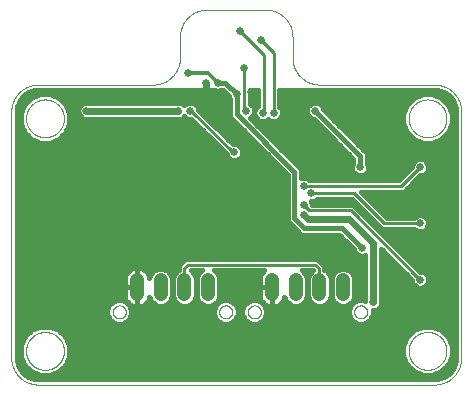
<source format=gbl>
G75*
%MOIN*%
%OFA0B0*%
%FSLAX25Y25*%
%IPPOS*%
%LPD*%
%AMOC8*
5,1,8,0,0,1.08239X$1,22.5*
%
%ADD10C,0.00000*%
%ADD11C,0.04756*%
%ADD12C,0.02500*%
%ADD13C,0.01600*%
%ADD14C,0.02400*%
%ADD15C,0.02578*%
%ADD16C,0.01200*%
%ADD17C,0.01000*%
D10*
X0014550Y0006924D02*
X0146550Y0006924D01*
X0146767Y0006927D01*
X0146985Y0006935D01*
X0147202Y0006948D01*
X0147419Y0006966D01*
X0147635Y0006990D01*
X0147850Y0007018D01*
X0148065Y0007052D01*
X0148279Y0007092D01*
X0148492Y0007136D01*
X0148704Y0007186D01*
X0148914Y0007240D01*
X0149124Y0007300D01*
X0149331Y0007364D01*
X0149537Y0007434D01*
X0149741Y0007509D01*
X0149944Y0007588D01*
X0150144Y0007673D01*
X0150343Y0007762D01*
X0150539Y0007856D01*
X0150733Y0007955D01*
X0150924Y0008058D01*
X0151113Y0008166D01*
X0151299Y0008279D01*
X0151482Y0008396D01*
X0151663Y0008517D01*
X0151840Y0008643D01*
X0152014Y0008773D01*
X0152186Y0008907D01*
X0152354Y0009045D01*
X0152518Y0009187D01*
X0152679Y0009334D01*
X0152837Y0009484D01*
X0152990Y0009637D01*
X0153140Y0009795D01*
X0153287Y0009956D01*
X0153429Y0010120D01*
X0153567Y0010288D01*
X0153701Y0010460D01*
X0153831Y0010634D01*
X0153957Y0010811D01*
X0154078Y0010992D01*
X0154195Y0011175D01*
X0154308Y0011361D01*
X0154416Y0011550D01*
X0154519Y0011741D01*
X0154618Y0011935D01*
X0154712Y0012131D01*
X0154801Y0012330D01*
X0154886Y0012530D01*
X0154965Y0012733D01*
X0155040Y0012937D01*
X0155110Y0013143D01*
X0155174Y0013350D01*
X0155234Y0013560D01*
X0155288Y0013770D01*
X0155338Y0013982D01*
X0155382Y0014195D01*
X0155422Y0014409D01*
X0155456Y0014624D01*
X0155484Y0014839D01*
X0155508Y0015055D01*
X0155526Y0015272D01*
X0155539Y0015489D01*
X0155547Y0015707D01*
X0155550Y0015924D01*
X0155550Y0097924D01*
X0155547Y0098141D01*
X0155539Y0098359D01*
X0155526Y0098576D01*
X0155508Y0098793D01*
X0155484Y0099009D01*
X0155456Y0099224D01*
X0155422Y0099439D01*
X0155382Y0099653D01*
X0155338Y0099866D01*
X0155288Y0100078D01*
X0155234Y0100288D01*
X0155174Y0100498D01*
X0155110Y0100705D01*
X0155040Y0100911D01*
X0154965Y0101115D01*
X0154886Y0101318D01*
X0154801Y0101518D01*
X0154712Y0101717D01*
X0154618Y0101913D01*
X0154519Y0102107D01*
X0154416Y0102298D01*
X0154308Y0102487D01*
X0154195Y0102673D01*
X0154078Y0102856D01*
X0153957Y0103037D01*
X0153831Y0103214D01*
X0153701Y0103388D01*
X0153567Y0103560D01*
X0153429Y0103728D01*
X0153287Y0103892D01*
X0153140Y0104053D01*
X0152990Y0104211D01*
X0152837Y0104364D01*
X0152679Y0104514D01*
X0152518Y0104661D01*
X0152354Y0104803D01*
X0152186Y0104941D01*
X0152014Y0105075D01*
X0151840Y0105205D01*
X0151663Y0105331D01*
X0151482Y0105452D01*
X0151299Y0105569D01*
X0151113Y0105682D01*
X0150924Y0105790D01*
X0150733Y0105893D01*
X0150539Y0105992D01*
X0150343Y0106086D01*
X0150144Y0106175D01*
X0149944Y0106260D01*
X0149741Y0106339D01*
X0149537Y0106414D01*
X0149331Y0106484D01*
X0149124Y0106548D01*
X0148914Y0106608D01*
X0148704Y0106662D01*
X0148492Y0106712D01*
X0148279Y0106756D01*
X0148065Y0106796D01*
X0147850Y0106830D01*
X0147635Y0106858D01*
X0147419Y0106882D01*
X0147202Y0106900D01*
X0146985Y0106913D01*
X0146767Y0106921D01*
X0146550Y0106924D01*
X0108300Y0106924D01*
X0108083Y0106927D01*
X0107865Y0106935D01*
X0107648Y0106948D01*
X0107431Y0106966D01*
X0107215Y0106990D01*
X0107000Y0107018D01*
X0106785Y0107052D01*
X0106571Y0107092D01*
X0106358Y0107136D01*
X0106146Y0107186D01*
X0105936Y0107240D01*
X0105726Y0107300D01*
X0105519Y0107364D01*
X0105313Y0107434D01*
X0105109Y0107509D01*
X0104906Y0107588D01*
X0104706Y0107673D01*
X0104507Y0107762D01*
X0104311Y0107856D01*
X0104117Y0107955D01*
X0103926Y0108058D01*
X0103737Y0108166D01*
X0103551Y0108279D01*
X0103368Y0108396D01*
X0103187Y0108517D01*
X0103010Y0108643D01*
X0102836Y0108773D01*
X0102664Y0108907D01*
X0102496Y0109045D01*
X0102332Y0109187D01*
X0102171Y0109334D01*
X0102013Y0109484D01*
X0101860Y0109637D01*
X0101710Y0109795D01*
X0101563Y0109956D01*
X0101421Y0110120D01*
X0101283Y0110288D01*
X0101149Y0110460D01*
X0101019Y0110634D01*
X0100893Y0110811D01*
X0100772Y0110992D01*
X0100655Y0111175D01*
X0100542Y0111361D01*
X0100434Y0111550D01*
X0100331Y0111741D01*
X0100232Y0111935D01*
X0100138Y0112131D01*
X0100049Y0112330D01*
X0099964Y0112530D01*
X0099885Y0112733D01*
X0099810Y0112937D01*
X0099740Y0113143D01*
X0099676Y0113350D01*
X0099616Y0113560D01*
X0099562Y0113770D01*
X0099512Y0113982D01*
X0099468Y0114195D01*
X0099428Y0114409D01*
X0099394Y0114624D01*
X0099366Y0114839D01*
X0099342Y0115055D01*
X0099324Y0115272D01*
X0099311Y0115489D01*
X0099303Y0115707D01*
X0099300Y0115924D01*
X0099300Y0122924D01*
X0099297Y0123141D01*
X0099289Y0123359D01*
X0099276Y0123576D01*
X0099258Y0123793D01*
X0099234Y0124009D01*
X0099206Y0124224D01*
X0099172Y0124439D01*
X0099132Y0124653D01*
X0099088Y0124866D01*
X0099038Y0125078D01*
X0098984Y0125288D01*
X0098924Y0125498D01*
X0098860Y0125705D01*
X0098790Y0125911D01*
X0098715Y0126115D01*
X0098636Y0126318D01*
X0098551Y0126518D01*
X0098462Y0126717D01*
X0098368Y0126913D01*
X0098269Y0127107D01*
X0098166Y0127298D01*
X0098058Y0127487D01*
X0097945Y0127673D01*
X0097828Y0127856D01*
X0097707Y0128037D01*
X0097581Y0128214D01*
X0097451Y0128388D01*
X0097317Y0128560D01*
X0097179Y0128728D01*
X0097037Y0128892D01*
X0096890Y0129053D01*
X0096740Y0129211D01*
X0096587Y0129364D01*
X0096429Y0129514D01*
X0096268Y0129661D01*
X0096104Y0129803D01*
X0095936Y0129941D01*
X0095764Y0130075D01*
X0095590Y0130205D01*
X0095413Y0130331D01*
X0095232Y0130452D01*
X0095049Y0130569D01*
X0094863Y0130682D01*
X0094674Y0130790D01*
X0094483Y0130893D01*
X0094289Y0130992D01*
X0094093Y0131086D01*
X0093894Y0131175D01*
X0093694Y0131260D01*
X0093491Y0131339D01*
X0093287Y0131414D01*
X0093081Y0131484D01*
X0092874Y0131548D01*
X0092664Y0131608D01*
X0092454Y0131662D01*
X0092242Y0131712D01*
X0092029Y0131756D01*
X0091815Y0131796D01*
X0091600Y0131830D01*
X0091385Y0131858D01*
X0091169Y0131882D01*
X0090952Y0131900D01*
X0090735Y0131913D01*
X0090517Y0131921D01*
X0090300Y0131924D01*
X0070800Y0131924D01*
X0070583Y0131921D01*
X0070365Y0131913D01*
X0070148Y0131900D01*
X0069931Y0131882D01*
X0069715Y0131858D01*
X0069500Y0131830D01*
X0069285Y0131796D01*
X0069071Y0131756D01*
X0068858Y0131712D01*
X0068646Y0131662D01*
X0068436Y0131608D01*
X0068226Y0131548D01*
X0068019Y0131484D01*
X0067813Y0131414D01*
X0067609Y0131339D01*
X0067406Y0131260D01*
X0067206Y0131175D01*
X0067007Y0131086D01*
X0066811Y0130992D01*
X0066617Y0130893D01*
X0066426Y0130790D01*
X0066237Y0130682D01*
X0066051Y0130569D01*
X0065868Y0130452D01*
X0065687Y0130331D01*
X0065510Y0130205D01*
X0065336Y0130075D01*
X0065164Y0129941D01*
X0064996Y0129803D01*
X0064832Y0129661D01*
X0064671Y0129514D01*
X0064513Y0129364D01*
X0064360Y0129211D01*
X0064210Y0129053D01*
X0064063Y0128892D01*
X0063921Y0128728D01*
X0063783Y0128560D01*
X0063649Y0128388D01*
X0063519Y0128214D01*
X0063393Y0128037D01*
X0063272Y0127856D01*
X0063155Y0127673D01*
X0063042Y0127487D01*
X0062934Y0127298D01*
X0062831Y0127107D01*
X0062732Y0126913D01*
X0062638Y0126717D01*
X0062549Y0126518D01*
X0062464Y0126318D01*
X0062385Y0126115D01*
X0062310Y0125911D01*
X0062240Y0125705D01*
X0062176Y0125498D01*
X0062116Y0125288D01*
X0062062Y0125078D01*
X0062012Y0124866D01*
X0061968Y0124653D01*
X0061928Y0124439D01*
X0061894Y0124224D01*
X0061866Y0124009D01*
X0061842Y0123793D01*
X0061824Y0123576D01*
X0061811Y0123359D01*
X0061803Y0123141D01*
X0061800Y0122924D01*
X0061800Y0115924D01*
X0061797Y0115707D01*
X0061789Y0115489D01*
X0061776Y0115272D01*
X0061758Y0115055D01*
X0061734Y0114839D01*
X0061706Y0114624D01*
X0061672Y0114409D01*
X0061632Y0114195D01*
X0061588Y0113982D01*
X0061538Y0113770D01*
X0061484Y0113560D01*
X0061424Y0113350D01*
X0061360Y0113143D01*
X0061290Y0112937D01*
X0061215Y0112733D01*
X0061136Y0112530D01*
X0061051Y0112330D01*
X0060962Y0112131D01*
X0060868Y0111935D01*
X0060769Y0111741D01*
X0060666Y0111550D01*
X0060558Y0111361D01*
X0060445Y0111175D01*
X0060328Y0110992D01*
X0060207Y0110811D01*
X0060081Y0110634D01*
X0059951Y0110460D01*
X0059817Y0110288D01*
X0059679Y0110120D01*
X0059537Y0109956D01*
X0059390Y0109795D01*
X0059240Y0109637D01*
X0059087Y0109484D01*
X0058929Y0109334D01*
X0058768Y0109187D01*
X0058604Y0109045D01*
X0058436Y0108907D01*
X0058264Y0108773D01*
X0058090Y0108643D01*
X0057913Y0108517D01*
X0057732Y0108396D01*
X0057549Y0108279D01*
X0057363Y0108166D01*
X0057174Y0108058D01*
X0056983Y0107955D01*
X0056789Y0107856D01*
X0056593Y0107762D01*
X0056394Y0107673D01*
X0056194Y0107588D01*
X0055991Y0107509D01*
X0055787Y0107434D01*
X0055581Y0107364D01*
X0055374Y0107300D01*
X0055164Y0107240D01*
X0054954Y0107186D01*
X0054742Y0107136D01*
X0054529Y0107092D01*
X0054315Y0107052D01*
X0054100Y0107018D01*
X0053885Y0106990D01*
X0053669Y0106966D01*
X0053452Y0106948D01*
X0053235Y0106935D01*
X0053017Y0106927D01*
X0052800Y0106924D01*
X0014550Y0106924D01*
X0014333Y0106921D01*
X0014115Y0106913D01*
X0013898Y0106900D01*
X0013681Y0106882D01*
X0013465Y0106858D01*
X0013250Y0106830D01*
X0013035Y0106796D01*
X0012821Y0106756D01*
X0012608Y0106712D01*
X0012396Y0106662D01*
X0012186Y0106608D01*
X0011976Y0106548D01*
X0011769Y0106484D01*
X0011563Y0106414D01*
X0011359Y0106339D01*
X0011156Y0106260D01*
X0010956Y0106175D01*
X0010757Y0106086D01*
X0010561Y0105992D01*
X0010367Y0105893D01*
X0010176Y0105790D01*
X0009987Y0105682D01*
X0009801Y0105569D01*
X0009618Y0105452D01*
X0009437Y0105331D01*
X0009260Y0105205D01*
X0009086Y0105075D01*
X0008914Y0104941D01*
X0008746Y0104803D01*
X0008582Y0104661D01*
X0008421Y0104514D01*
X0008263Y0104364D01*
X0008110Y0104211D01*
X0007960Y0104053D01*
X0007813Y0103892D01*
X0007671Y0103728D01*
X0007533Y0103560D01*
X0007399Y0103388D01*
X0007269Y0103214D01*
X0007143Y0103037D01*
X0007022Y0102856D01*
X0006905Y0102673D01*
X0006792Y0102487D01*
X0006684Y0102298D01*
X0006581Y0102107D01*
X0006482Y0101913D01*
X0006388Y0101717D01*
X0006299Y0101518D01*
X0006214Y0101318D01*
X0006135Y0101115D01*
X0006060Y0100911D01*
X0005990Y0100705D01*
X0005926Y0100498D01*
X0005866Y0100288D01*
X0005812Y0100078D01*
X0005762Y0099866D01*
X0005718Y0099653D01*
X0005678Y0099439D01*
X0005644Y0099224D01*
X0005616Y0099009D01*
X0005592Y0098793D01*
X0005574Y0098576D01*
X0005561Y0098359D01*
X0005553Y0098141D01*
X0005550Y0097924D01*
X0005550Y0015924D01*
X0005553Y0015707D01*
X0005561Y0015489D01*
X0005574Y0015272D01*
X0005592Y0015055D01*
X0005616Y0014839D01*
X0005644Y0014624D01*
X0005678Y0014409D01*
X0005718Y0014195D01*
X0005762Y0013982D01*
X0005812Y0013770D01*
X0005866Y0013560D01*
X0005926Y0013350D01*
X0005990Y0013143D01*
X0006060Y0012937D01*
X0006135Y0012733D01*
X0006214Y0012530D01*
X0006299Y0012330D01*
X0006388Y0012131D01*
X0006482Y0011935D01*
X0006581Y0011741D01*
X0006684Y0011550D01*
X0006792Y0011361D01*
X0006905Y0011175D01*
X0007022Y0010992D01*
X0007143Y0010811D01*
X0007269Y0010634D01*
X0007399Y0010460D01*
X0007533Y0010288D01*
X0007671Y0010120D01*
X0007813Y0009956D01*
X0007960Y0009795D01*
X0008110Y0009637D01*
X0008263Y0009484D01*
X0008421Y0009334D01*
X0008582Y0009187D01*
X0008746Y0009045D01*
X0008914Y0008907D01*
X0009086Y0008773D01*
X0009260Y0008643D01*
X0009437Y0008517D01*
X0009618Y0008396D01*
X0009801Y0008279D01*
X0009987Y0008166D01*
X0010176Y0008058D01*
X0010367Y0007955D01*
X0010561Y0007856D01*
X0010757Y0007762D01*
X0010956Y0007673D01*
X0011156Y0007588D01*
X0011359Y0007509D01*
X0011563Y0007434D01*
X0011769Y0007364D01*
X0011976Y0007300D01*
X0012186Y0007240D01*
X0012396Y0007186D01*
X0012608Y0007136D01*
X0012821Y0007092D01*
X0013035Y0007052D01*
X0013250Y0007018D01*
X0013465Y0006990D01*
X0013681Y0006966D01*
X0013898Y0006948D01*
X0014115Y0006935D01*
X0014333Y0006927D01*
X0014550Y0006924D01*
X0010501Y0018174D02*
X0010503Y0018332D01*
X0010509Y0018490D01*
X0010519Y0018648D01*
X0010533Y0018806D01*
X0010551Y0018963D01*
X0010572Y0019120D01*
X0010598Y0019276D01*
X0010628Y0019432D01*
X0010661Y0019587D01*
X0010699Y0019740D01*
X0010740Y0019893D01*
X0010785Y0020045D01*
X0010834Y0020196D01*
X0010887Y0020345D01*
X0010943Y0020493D01*
X0011003Y0020639D01*
X0011067Y0020784D01*
X0011135Y0020927D01*
X0011206Y0021069D01*
X0011280Y0021209D01*
X0011358Y0021346D01*
X0011440Y0021482D01*
X0011524Y0021616D01*
X0011613Y0021747D01*
X0011704Y0021876D01*
X0011799Y0022003D01*
X0011896Y0022128D01*
X0011997Y0022250D01*
X0012101Y0022369D01*
X0012208Y0022486D01*
X0012318Y0022600D01*
X0012431Y0022711D01*
X0012546Y0022820D01*
X0012664Y0022925D01*
X0012785Y0023027D01*
X0012908Y0023127D01*
X0013034Y0023223D01*
X0013162Y0023316D01*
X0013292Y0023406D01*
X0013425Y0023492D01*
X0013560Y0023576D01*
X0013696Y0023655D01*
X0013835Y0023732D01*
X0013976Y0023804D01*
X0014118Y0023874D01*
X0014262Y0023939D01*
X0014408Y0024001D01*
X0014555Y0024059D01*
X0014704Y0024114D01*
X0014854Y0024165D01*
X0015005Y0024212D01*
X0015157Y0024255D01*
X0015310Y0024294D01*
X0015465Y0024330D01*
X0015620Y0024361D01*
X0015776Y0024389D01*
X0015932Y0024413D01*
X0016089Y0024433D01*
X0016247Y0024449D01*
X0016404Y0024461D01*
X0016563Y0024469D01*
X0016721Y0024473D01*
X0016879Y0024473D01*
X0017037Y0024469D01*
X0017196Y0024461D01*
X0017353Y0024449D01*
X0017511Y0024433D01*
X0017668Y0024413D01*
X0017824Y0024389D01*
X0017980Y0024361D01*
X0018135Y0024330D01*
X0018290Y0024294D01*
X0018443Y0024255D01*
X0018595Y0024212D01*
X0018746Y0024165D01*
X0018896Y0024114D01*
X0019045Y0024059D01*
X0019192Y0024001D01*
X0019338Y0023939D01*
X0019482Y0023874D01*
X0019624Y0023804D01*
X0019765Y0023732D01*
X0019904Y0023655D01*
X0020040Y0023576D01*
X0020175Y0023492D01*
X0020308Y0023406D01*
X0020438Y0023316D01*
X0020566Y0023223D01*
X0020692Y0023127D01*
X0020815Y0023027D01*
X0020936Y0022925D01*
X0021054Y0022820D01*
X0021169Y0022711D01*
X0021282Y0022600D01*
X0021392Y0022486D01*
X0021499Y0022369D01*
X0021603Y0022250D01*
X0021704Y0022128D01*
X0021801Y0022003D01*
X0021896Y0021876D01*
X0021987Y0021747D01*
X0022076Y0021616D01*
X0022160Y0021482D01*
X0022242Y0021346D01*
X0022320Y0021209D01*
X0022394Y0021069D01*
X0022465Y0020927D01*
X0022533Y0020784D01*
X0022597Y0020639D01*
X0022657Y0020493D01*
X0022713Y0020345D01*
X0022766Y0020196D01*
X0022815Y0020045D01*
X0022860Y0019893D01*
X0022901Y0019740D01*
X0022939Y0019587D01*
X0022972Y0019432D01*
X0023002Y0019276D01*
X0023028Y0019120D01*
X0023049Y0018963D01*
X0023067Y0018806D01*
X0023081Y0018648D01*
X0023091Y0018490D01*
X0023097Y0018332D01*
X0023099Y0018174D01*
X0023097Y0018016D01*
X0023091Y0017858D01*
X0023081Y0017700D01*
X0023067Y0017542D01*
X0023049Y0017385D01*
X0023028Y0017228D01*
X0023002Y0017072D01*
X0022972Y0016916D01*
X0022939Y0016761D01*
X0022901Y0016608D01*
X0022860Y0016455D01*
X0022815Y0016303D01*
X0022766Y0016152D01*
X0022713Y0016003D01*
X0022657Y0015855D01*
X0022597Y0015709D01*
X0022533Y0015564D01*
X0022465Y0015421D01*
X0022394Y0015279D01*
X0022320Y0015139D01*
X0022242Y0015002D01*
X0022160Y0014866D01*
X0022076Y0014732D01*
X0021987Y0014601D01*
X0021896Y0014472D01*
X0021801Y0014345D01*
X0021704Y0014220D01*
X0021603Y0014098D01*
X0021499Y0013979D01*
X0021392Y0013862D01*
X0021282Y0013748D01*
X0021169Y0013637D01*
X0021054Y0013528D01*
X0020936Y0013423D01*
X0020815Y0013321D01*
X0020692Y0013221D01*
X0020566Y0013125D01*
X0020438Y0013032D01*
X0020308Y0012942D01*
X0020175Y0012856D01*
X0020040Y0012772D01*
X0019904Y0012693D01*
X0019765Y0012616D01*
X0019624Y0012544D01*
X0019482Y0012474D01*
X0019338Y0012409D01*
X0019192Y0012347D01*
X0019045Y0012289D01*
X0018896Y0012234D01*
X0018746Y0012183D01*
X0018595Y0012136D01*
X0018443Y0012093D01*
X0018290Y0012054D01*
X0018135Y0012018D01*
X0017980Y0011987D01*
X0017824Y0011959D01*
X0017668Y0011935D01*
X0017511Y0011915D01*
X0017353Y0011899D01*
X0017196Y0011887D01*
X0017037Y0011879D01*
X0016879Y0011875D01*
X0016721Y0011875D01*
X0016563Y0011879D01*
X0016404Y0011887D01*
X0016247Y0011899D01*
X0016089Y0011915D01*
X0015932Y0011935D01*
X0015776Y0011959D01*
X0015620Y0011987D01*
X0015465Y0012018D01*
X0015310Y0012054D01*
X0015157Y0012093D01*
X0015005Y0012136D01*
X0014854Y0012183D01*
X0014704Y0012234D01*
X0014555Y0012289D01*
X0014408Y0012347D01*
X0014262Y0012409D01*
X0014118Y0012474D01*
X0013976Y0012544D01*
X0013835Y0012616D01*
X0013696Y0012693D01*
X0013560Y0012772D01*
X0013425Y0012856D01*
X0013292Y0012942D01*
X0013162Y0013032D01*
X0013034Y0013125D01*
X0012908Y0013221D01*
X0012785Y0013321D01*
X0012664Y0013423D01*
X0012546Y0013528D01*
X0012431Y0013637D01*
X0012318Y0013748D01*
X0012208Y0013862D01*
X0012101Y0013979D01*
X0011997Y0014098D01*
X0011896Y0014220D01*
X0011799Y0014345D01*
X0011704Y0014472D01*
X0011613Y0014601D01*
X0011524Y0014732D01*
X0011440Y0014866D01*
X0011358Y0015002D01*
X0011280Y0015139D01*
X0011206Y0015279D01*
X0011135Y0015421D01*
X0011067Y0015564D01*
X0011003Y0015709D01*
X0010943Y0015855D01*
X0010887Y0016003D01*
X0010834Y0016152D01*
X0010785Y0016303D01*
X0010740Y0016455D01*
X0010699Y0016608D01*
X0010661Y0016761D01*
X0010628Y0016916D01*
X0010598Y0017072D01*
X0010572Y0017228D01*
X0010551Y0017385D01*
X0010533Y0017542D01*
X0010519Y0017700D01*
X0010509Y0017858D01*
X0010503Y0018016D01*
X0010501Y0018174D01*
X0039418Y0031156D02*
X0039420Y0031249D01*
X0039426Y0031341D01*
X0039436Y0031433D01*
X0039450Y0031524D01*
X0039467Y0031615D01*
X0039489Y0031705D01*
X0039514Y0031794D01*
X0039543Y0031882D01*
X0039576Y0031968D01*
X0039613Y0032053D01*
X0039653Y0032137D01*
X0039697Y0032218D01*
X0039744Y0032298D01*
X0039794Y0032376D01*
X0039848Y0032451D01*
X0039905Y0032524D01*
X0039965Y0032594D01*
X0040028Y0032662D01*
X0040094Y0032727D01*
X0040162Y0032789D01*
X0040233Y0032849D01*
X0040307Y0032905D01*
X0040383Y0032958D01*
X0040461Y0033007D01*
X0040541Y0033054D01*
X0040623Y0033096D01*
X0040707Y0033136D01*
X0040792Y0033171D01*
X0040879Y0033203D01*
X0040967Y0033232D01*
X0041056Y0033256D01*
X0041146Y0033277D01*
X0041237Y0033293D01*
X0041329Y0033306D01*
X0041421Y0033315D01*
X0041514Y0033320D01*
X0041606Y0033321D01*
X0041699Y0033318D01*
X0041791Y0033311D01*
X0041883Y0033300D01*
X0041974Y0033285D01*
X0042065Y0033267D01*
X0042155Y0033244D01*
X0042243Y0033218D01*
X0042331Y0033188D01*
X0042417Y0033154D01*
X0042501Y0033117D01*
X0042584Y0033075D01*
X0042665Y0033031D01*
X0042745Y0032983D01*
X0042822Y0032932D01*
X0042896Y0032877D01*
X0042969Y0032819D01*
X0043039Y0032759D01*
X0043106Y0032695D01*
X0043170Y0032629D01*
X0043232Y0032559D01*
X0043290Y0032488D01*
X0043345Y0032414D01*
X0043397Y0032337D01*
X0043446Y0032258D01*
X0043492Y0032178D01*
X0043534Y0032095D01*
X0043572Y0032011D01*
X0043607Y0031925D01*
X0043638Y0031838D01*
X0043665Y0031750D01*
X0043688Y0031660D01*
X0043708Y0031570D01*
X0043724Y0031479D01*
X0043736Y0031387D01*
X0043744Y0031295D01*
X0043748Y0031202D01*
X0043748Y0031110D01*
X0043744Y0031017D01*
X0043736Y0030925D01*
X0043724Y0030833D01*
X0043708Y0030742D01*
X0043688Y0030652D01*
X0043665Y0030562D01*
X0043638Y0030474D01*
X0043607Y0030387D01*
X0043572Y0030301D01*
X0043534Y0030217D01*
X0043492Y0030134D01*
X0043446Y0030054D01*
X0043397Y0029975D01*
X0043345Y0029898D01*
X0043290Y0029824D01*
X0043232Y0029753D01*
X0043170Y0029683D01*
X0043106Y0029617D01*
X0043039Y0029553D01*
X0042969Y0029493D01*
X0042896Y0029435D01*
X0042822Y0029380D01*
X0042745Y0029329D01*
X0042666Y0029281D01*
X0042584Y0029237D01*
X0042501Y0029195D01*
X0042417Y0029158D01*
X0042331Y0029124D01*
X0042243Y0029094D01*
X0042155Y0029068D01*
X0042065Y0029045D01*
X0041974Y0029027D01*
X0041883Y0029012D01*
X0041791Y0029001D01*
X0041699Y0028994D01*
X0041606Y0028991D01*
X0041514Y0028992D01*
X0041421Y0028997D01*
X0041329Y0029006D01*
X0041237Y0029019D01*
X0041146Y0029035D01*
X0041056Y0029056D01*
X0040967Y0029080D01*
X0040879Y0029109D01*
X0040792Y0029141D01*
X0040707Y0029176D01*
X0040623Y0029216D01*
X0040541Y0029258D01*
X0040461Y0029305D01*
X0040383Y0029354D01*
X0040307Y0029407D01*
X0040233Y0029463D01*
X0040162Y0029523D01*
X0040094Y0029585D01*
X0040028Y0029650D01*
X0039965Y0029718D01*
X0039905Y0029788D01*
X0039848Y0029861D01*
X0039794Y0029936D01*
X0039744Y0030014D01*
X0039697Y0030094D01*
X0039653Y0030175D01*
X0039613Y0030259D01*
X0039576Y0030344D01*
X0039543Y0030430D01*
X0039514Y0030518D01*
X0039489Y0030607D01*
X0039467Y0030697D01*
X0039450Y0030788D01*
X0039436Y0030879D01*
X0039426Y0030971D01*
X0039420Y0031063D01*
X0039418Y0031156D01*
X0074852Y0031156D02*
X0074854Y0031249D01*
X0074860Y0031341D01*
X0074870Y0031433D01*
X0074884Y0031524D01*
X0074901Y0031615D01*
X0074923Y0031705D01*
X0074948Y0031794D01*
X0074977Y0031882D01*
X0075010Y0031968D01*
X0075047Y0032053D01*
X0075087Y0032137D01*
X0075131Y0032218D01*
X0075178Y0032298D01*
X0075228Y0032376D01*
X0075282Y0032451D01*
X0075339Y0032524D01*
X0075399Y0032594D01*
X0075462Y0032662D01*
X0075528Y0032727D01*
X0075596Y0032789D01*
X0075667Y0032849D01*
X0075741Y0032905D01*
X0075817Y0032958D01*
X0075895Y0033007D01*
X0075975Y0033054D01*
X0076057Y0033096D01*
X0076141Y0033136D01*
X0076226Y0033171D01*
X0076313Y0033203D01*
X0076401Y0033232D01*
X0076490Y0033256D01*
X0076580Y0033277D01*
X0076671Y0033293D01*
X0076763Y0033306D01*
X0076855Y0033315D01*
X0076948Y0033320D01*
X0077040Y0033321D01*
X0077133Y0033318D01*
X0077225Y0033311D01*
X0077317Y0033300D01*
X0077408Y0033285D01*
X0077499Y0033267D01*
X0077589Y0033244D01*
X0077677Y0033218D01*
X0077765Y0033188D01*
X0077851Y0033154D01*
X0077935Y0033117D01*
X0078018Y0033075D01*
X0078099Y0033031D01*
X0078179Y0032983D01*
X0078256Y0032932D01*
X0078330Y0032877D01*
X0078403Y0032819D01*
X0078473Y0032759D01*
X0078540Y0032695D01*
X0078604Y0032629D01*
X0078666Y0032559D01*
X0078724Y0032488D01*
X0078779Y0032414D01*
X0078831Y0032337D01*
X0078880Y0032258D01*
X0078926Y0032178D01*
X0078968Y0032095D01*
X0079006Y0032011D01*
X0079041Y0031925D01*
X0079072Y0031838D01*
X0079099Y0031750D01*
X0079122Y0031660D01*
X0079142Y0031570D01*
X0079158Y0031479D01*
X0079170Y0031387D01*
X0079178Y0031295D01*
X0079182Y0031202D01*
X0079182Y0031110D01*
X0079178Y0031017D01*
X0079170Y0030925D01*
X0079158Y0030833D01*
X0079142Y0030742D01*
X0079122Y0030652D01*
X0079099Y0030562D01*
X0079072Y0030474D01*
X0079041Y0030387D01*
X0079006Y0030301D01*
X0078968Y0030217D01*
X0078926Y0030134D01*
X0078880Y0030054D01*
X0078831Y0029975D01*
X0078779Y0029898D01*
X0078724Y0029824D01*
X0078666Y0029753D01*
X0078604Y0029683D01*
X0078540Y0029617D01*
X0078473Y0029553D01*
X0078403Y0029493D01*
X0078330Y0029435D01*
X0078256Y0029380D01*
X0078179Y0029329D01*
X0078100Y0029281D01*
X0078018Y0029237D01*
X0077935Y0029195D01*
X0077851Y0029158D01*
X0077765Y0029124D01*
X0077677Y0029094D01*
X0077589Y0029068D01*
X0077499Y0029045D01*
X0077408Y0029027D01*
X0077317Y0029012D01*
X0077225Y0029001D01*
X0077133Y0028994D01*
X0077040Y0028991D01*
X0076948Y0028992D01*
X0076855Y0028997D01*
X0076763Y0029006D01*
X0076671Y0029019D01*
X0076580Y0029035D01*
X0076490Y0029056D01*
X0076401Y0029080D01*
X0076313Y0029109D01*
X0076226Y0029141D01*
X0076141Y0029176D01*
X0076057Y0029216D01*
X0075975Y0029258D01*
X0075895Y0029305D01*
X0075817Y0029354D01*
X0075741Y0029407D01*
X0075667Y0029463D01*
X0075596Y0029523D01*
X0075528Y0029585D01*
X0075462Y0029650D01*
X0075399Y0029718D01*
X0075339Y0029788D01*
X0075282Y0029861D01*
X0075228Y0029936D01*
X0075178Y0030014D01*
X0075131Y0030094D01*
X0075087Y0030175D01*
X0075047Y0030259D01*
X0075010Y0030344D01*
X0074977Y0030430D01*
X0074948Y0030518D01*
X0074923Y0030607D01*
X0074901Y0030697D01*
X0074884Y0030788D01*
X0074870Y0030879D01*
X0074860Y0030971D01*
X0074854Y0031063D01*
X0074852Y0031156D01*
X0084418Y0031156D02*
X0084420Y0031249D01*
X0084426Y0031341D01*
X0084436Y0031433D01*
X0084450Y0031524D01*
X0084467Y0031615D01*
X0084489Y0031705D01*
X0084514Y0031794D01*
X0084543Y0031882D01*
X0084576Y0031968D01*
X0084613Y0032053D01*
X0084653Y0032137D01*
X0084697Y0032218D01*
X0084744Y0032298D01*
X0084794Y0032376D01*
X0084848Y0032451D01*
X0084905Y0032524D01*
X0084965Y0032594D01*
X0085028Y0032662D01*
X0085094Y0032727D01*
X0085162Y0032789D01*
X0085233Y0032849D01*
X0085307Y0032905D01*
X0085383Y0032958D01*
X0085461Y0033007D01*
X0085541Y0033054D01*
X0085623Y0033096D01*
X0085707Y0033136D01*
X0085792Y0033171D01*
X0085879Y0033203D01*
X0085967Y0033232D01*
X0086056Y0033256D01*
X0086146Y0033277D01*
X0086237Y0033293D01*
X0086329Y0033306D01*
X0086421Y0033315D01*
X0086514Y0033320D01*
X0086606Y0033321D01*
X0086699Y0033318D01*
X0086791Y0033311D01*
X0086883Y0033300D01*
X0086974Y0033285D01*
X0087065Y0033267D01*
X0087155Y0033244D01*
X0087243Y0033218D01*
X0087331Y0033188D01*
X0087417Y0033154D01*
X0087501Y0033117D01*
X0087584Y0033075D01*
X0087665Y0033031D01*
X0087745Y0032983D01*
X0087822Y0032932D01*
X0087896Y0032877D01*
X0087969Y0032819D01*
X0088039Y0032759D01*
X0088106Y0032695D01*
X0088170Y0032629D01*
X0088232Y0032559D01*
X0088290Y0032488D01*
X0088345Y0032414D01*
X0088397Y0032337D01*
X0088446Y0032258D01*
X0088492Y0032178D01*
X0088534Y0032095D01*
X0088572Y0032011D01*
X0088607Y0031925D01*
X0088638Y0031838D01*
X0088665Y0031750D01*
X0088688Y0031660D01*
X0088708Y0031570D01*
X0088724Y0031479D01*
X0088736Y0031387D01*
X0088744Y0031295D01*
X0088748Y0031202D01*
X0088748Y0031110D01*
X0088744Y0031017D01*
X0088736Y0030925D01*
X0088724Y0030833D01*
X0088708Y0030742D01*
X0088688Y0030652D01*
X0088665Y0030562D01*
X0088638Y0030474D01*
X0088607Y0030387D01*
X0088572Y0030301D01*
X0088534Y0030217D01*
X0088492Y0030134D01*
X0088446Y0030054D01*
X0088397Y0029975D01*
X0088345Y0029898D01*
X0088290Y0029824D01*
X0088232Y0029753D01*
X0088170Y0029683D01*
X0088106Y0029617D01*
X0088039Y0029553D01*
X0087969Y0029493D01*
X0087896Y0029435D01*
X0087822Y0029380D01*
X0087745Y0029329D01*
X0087666Y0029281D01*
X0087584Y0029237D01*
X0087501Y0029195D01*
X0087417Y0029158D01*
X0087331Y0029124D01*
X0087243Y0029094D01*
X0087155Y0029068D01*
X0087065Y0029045D01*
X0086974Y0029027D01*
X0086883Y0029012D01*
X0086791Y0029001D01*
X0086699Y0028994D01*
X0086606Y0028991D01*
X0086514Y0028992D01*
X0086421Y0028997D01*
X0086329Y0029006D01*
X0086237Y0029019D01*
X0086146Y0029035D01*
X0086056Y0029056D01*
X0085967Y0029080D01*
X0085879Y0029109D01*
X0085792Y0029141D01*
X0085707Y0029176D01*
X0085623Y0029216D01*
X0085541Y0029258D01*
X0085461Y0029305D01*
X0085383Y0029354D01*
X0085307Y0029407D01*
X0085233Y0029463D01*
X0085162Y0029523D01*
X0085094Y0029585D01*
X0085028Y0029650D01*
X0084965Y0029718D01*
X0084905Y0029788D01*
X0084848Y0029861D01*
X0084794Y0029936D01*
X0084744Y0030014D01*
X0084697Y0030094D01*
X0084653Y0030175D01*
X0084613Y0030259D01*
X0084576Y0030344D01*
X0084543Y0030430D01*
X0084514Y0030518D01*
X0084489Y0030607D01*
X0084467Y0030697D01*
X0084450Y0030788D01*
X0084436Y0030879D01*
X0084426Y0030971D01*
X0084420Y0031063D01*
X0084418Y0031156D01*
X0119852Y0031156D02*
X0119854Y0031249D01*
X0119860Y0031341D01*
X0119870Y0031433D01*
X0119884Y0031524D01*
X0119901Y0031615D01*
X0119923Y0031705D01*
X0119948Y0031794D01*
X0119977Y0031882D01*
X0120010Y0031968D01*
X0120047Y0032053D01*
X0120087Y0032137D01*
X0120131Y0032218D01*
X0120178Y0032298D01*
X0120228Y0032376D01*
X0120282Y0032451D01*
X0120339Y0032524D01*
X0120399Y0032594D01*
X0120462Y0032662D01*
X0120528Y0032727D01*
X0120596Y0032789D01*
X0120667Y0032849D01*
X0120741Y0032905D01*
X0120817Y0032958D01*
X0120895Y0033007D01*
X0120975Y0033054D01*
X0121057Y0033096D01*
X0121141Y0033136D01*
X0121226Y0033171D01*
X0121313Y0033203D01*
X0121401Y0033232D01*
X0121490Y0033256D01*
X0121580Y0033277D01*
X0121671Y0033293D01*
X0121763Y0033306D01*
X0121855Y0033315D01*
X0121948Y0033320D01*
X0122040Y0033321D01*
X0122133Y0033318D01*
X0122225Y0033311D01*
X0122317Y0033300D01*
X0122408Y0033285D01*
X0122499Y0033267D01*
X0122589Y0033244D01*
X0122677Y0033218D01*
X0122765Y0033188D01*
X0122851Y0033154D01*
X0122935Y0033117D01*
X0123018Y0033075D01*
X0123099Y0033031D01*
X0123179Y0032983D01*
X0123256Y0032932D01*
X0123330Y0032877D01*
X0123403Y0032819D01*
X0123473Y0032759D01*
X0123540Y0032695D01*
X0123604Y0032629D01*
X0123666Y0032559D01*
X0123724Y0032488D01*
X0123779Y0032414D01*
X0123831Y0032337D01*
X0123880Y0032258D01*
X0123926Y0032178D01*
X0123968Y0032095D01*
X0124006Y0032011D01*
X0124041Y0031925D01*
X0124072Y0031838D01*
X0124099Y0031750D01*
X0124122Y0031660D01*
X0124142Y0031570D01*
X0124158Y0031479D01*
X0124170Y0031387D01*
X0124178Y0031295D01*
X0124182Y0031202D01*
X0124182Y0031110D01*
X0124178Y0031017D01*
X0124170Y0030925D01*
X0124158Y0030833D01*
X0124142Y0030742D01*
X0124122Y0030652D01*
X0124099Y0030562D01*
X0124072Y0030474D01*
X0124041Y0030387D01*
X0124006Y0030301D01*
X0123968Y0030217D01*
X0123926Y0030134D01*
X0123880Y0030054D01*
X0123831Y0029975D01*
X0123779Y0029898D01*
X0123724Y0029824D01*
X0123666Y0029753D01*
X0123604Y0029683D01*
X0123540Y0029617D01*
X0123473Y0029553D01*
X0123403Y0029493D01*
X0123330Y0029435D01*
X0123256Y0029380D01*
X0123179Y0029329D01*
X0123100Y0029281D01*
X0123018Y0029237D01*
X0122935Y0029195D01*
X0122851Y0029158D01*
X0122765Y0029124D01*
X0122677Y0029094D01*
X0122589Y0029068D01*
X0122499Y0029045D01*
X0122408Y0029027D01*
X0122317Y0029012D01*
X0122225Y0029001D01*
X0122133Y0028994D01*
X0122040Y0028991D01*
X0121948Y0028992D01*
X0121855Y0028997D01*
X0121763Y0029006D01*
X0121671Y0029019D01*
X0121580Y0029035D01*
X0121490Y0029056D01*
X0121401Y0029080D01*
X0121313Y0029109D01*
X0121226Y0029141D01*
X0121141Y0029176D01*
X0121057Y0029216D01*
X0120975Y0029258D01*
X0120895Y0029305D01*
X0120817Y0029354D01*
X0120741Y0029407D01*
X0120667Y0029463D01*
X0120596Y0029523D01*
X0120528Y0029585D01*
X0120462Y0029650D01*
X0120399Y0029718D01*
X0120339Y0029788D01*
X0120282Y0029861D01*
X0120228Y0029936D01*
X0120178Y0030014D01*
X0120131Y0030094D01*
X0120087Y0030175D01*
X0120047Y0030259D01*
X0120010Y0030344D01*
X0119977Y0030430D01*
X0119948Y0030518D01*
X0119923Y0030607D01*
X0119901Y0030697D01*
X0119884Y0030788D01*
X0119870Y0030879D01*
X0119860Y0030971D01*
X0119854Y0031063D01*
X0119852Y0031156D01*
X0138001Y0018174D02*
X0138003Y0018332D01*
X0138009Y0018490D01*
X0138019Y0018648D01*
X0138033Y0018806D01*
X0138051Y0018963D01*
X0138072Y0019120D01*
X0138098Y0019276D01*
X0138128Y0019432D01*
X0138161Y0019587D01*
X0138199Y0019740D01*
X0138240Y0019893D01*
X0138285Y0020045D01*
X0138334Y0020196D01*
X0138387Y0020345D01*
X0138443Y0020493D01*
X0138503Y0020639D01*
X0138567Y0020784D01*
X0138635Y0020927D01*
X0138706Y0021069D01*
X0138780Y0021209D01*
X0138858Y0021346D01*
X0138940Y0021482D01*
X0139024Y0021616D01*
X0139113Y0021747D01*
X0139204Y0021876D01*
X0139299Y0022003D01*
X0139396Y0022128D01*
X0139497Y0022250D01*
X0139601Y0022369D01*
X0139708Y0022486D01*
X0139818Y0022600D01*
X0139931Y0022711D01*
X0140046Y0022820D01*
X0140164Y0022925D01*
X0140285Y0023027D01*
X0140408Y0023127D01*
X0140534Y0023223D01*
X0140662Y0023316D01*
X0140792Y0023406D01*
X0140925Y0023492D01*
X0141060Y0023576D01*
X0141196Y0023655D01*
X0141335Y0023732D01*
X0141476Y0023804D01*
X0141618Y0023874D01*
X0141762Y0023939D01*
X0141908Y0024001D01*
X0142055Y0024059D01*
X0142204Y0024114D01*
X0142354Y0024165D01*
X0142505Y0024212D01*
X0142657Y0024255D01*
X0142810Y0024294D01*
X0142965Y0024330D01*
X0143120Y0024361D01*
X0143276Y0024389D01*
X0143432Y0024413D01*
X0143589Y0024433D01*
X0143747Y0024449D01*
X0143904Y0024461D01*
X0144063Y0024469D01*
X0144221Y0024473D01*
X0144379Y0024473D01*
X0144537Y0024469D01*
X0144696Y0024461D01*
X0144853Y0024449D01*
X0145011Y0024433D01*
X0145168Y0024413D01*
X0145324Y0024389D01*
X0145480Y0024361D01*
X0145635Y0024330D01*
X0145790Y0024294D01*
X0145943Y0024255D01*
X0146095Y0024212D01*
X0146246Y0024165D01*
X0146396Y0024114D01*
X0146545Y0024059D01*
X0146692Y0024001D01*
X0146838Y0023939D01*
X0146982Y0023874D01*
X0147124Y0023804D01*
X0147265Y0023732D01*
X0147404Y0023655D01*
X0147540Y0023576D01*
X0147675Y0023492D01*
X0147808Y0023406D01*
X0147938Y0023316D01*
X0148066Y0023223D01*
X0148192Y0023127D01*
X0148315Y0023027D01*
X0148436Y0022925D01*
X0148554Y0022820D01*
X0148669Y0022711D01*
X0148782Y0022600D01*
X0148892Y0022486D01*
X0148999Y0022369D01*
X0149103Y0022250D01*
X0149204Y0022128D01*
X0149301Y0022003D01*
X0149396Y0021876D01*
X0149487Y0021747D01*
X0149576Y0021616D01*
X0149660Y0021482D01*
X0149742Y0021346D01*
X0149820Y0021209D01*
X0149894Y0021069D01*
X0149965Y0020927D01*
X0150033Y0020784D01*
X0150097Y0020639D01*
X0150157Y0020493D01*
X0150213Y0020345D01*
X0150266Y0020196D01*
X0150315Y0020045D01*
X0150360Y0019893D01*
X0150401Y0019740D01*
X0150439Y0019587D01*
X0150472Y0019432D01*
X0150502Y0019276D01*
X0150528Y0019120D01*
X0150549Y0018963D01*
X0150567Y0018806D01*
X0150581Y0018648D01*
X0150591Y0018490D01*
X0150597Y0018332D01*
X0150599Y0018174D01*
X0150597Y0018016D01*
X0150591Y0017858D01*
X0150581Y0017700D01*
X0150567Y0017542D01*
X0150549Y0017385D01*
X0150528Y0017228D01*
X0150502Y0017072D01*
X0150472Y0016916D01*
X0150439Y0016761D01*
X0150401Y0016608D01*
X0150360Y0016455D01*
X0150315Y0016303D01*
X0150266Y0016152D01*
X0150213Y0016003D01*
X0150157Y0015855D01*
X0150097Y0015709D01*
X0150033Y0015564D01*
X0149965Y0015421D01*
X0149894Y0015279D01*
X0149820Y0015139D01*
X0149742Y0015002D01*
X0149660Y0014866D01*
X0149576Y0014732D01*
X0149487Y0014601D01*
X0149396Y0014472D01*
X0149301Y0014345D01*
X0149204Y0014220D01*
X0149103Y0014098D01*
X0148999Y0013979D01*
X0148892Y0013862D01*
X0148782Y0013748D01*
X0148669Y0013637D01*
X0148554Y0013528D01*
X0148436Y0013423D01*
X0148315Y0013321D01*
X0148192Y0013221D01*
X0148066Y0013125D01*
X0147938Y0013032D01*
X0147808Y0012942D01*
X0147675Y0012856D01*
X0147540Y0012772D01*
X0147404Y0012693D01*
X0147265Y0012616D01*
X0147124Y0012544D01*
X0146982Y0012474D01*
X0146838Y0012409D01*
X0146692Y0012347D01*
X0146545Y0012289D01*
X0146396Y0012234D01*
X0146246Y0012183D01*
X0146095Y0012136D01*
X0145943Y0012093D01*
X0145790Y0012054D01*
X0145635Y0012018D01*
X0145480Y0011987D01*
X0145324Y0011959D01*
X0145168Y0011935D01*
X0145011Y0011915D01*
X0144853Y0011899D01*
X0144696Y0011887D01*
X0144537Y0011879D01*
X0144379Y0011875D01*
X0144221Y0011875D01*
X0144063Y0011879D01*
X0143904Y0011887D01*
X0143747Y0011899D01*
X0143589Y0011915D01*
X0143432Y0011935D01*
X0143276Y0011959D01*
X0143120Y0011987D01*
X0142965Y0012018D01*
X0142810Y0012054D01*
X0142657Y0012093D01*
X0142505Y0012136D01*
X0142354Y0012183D01*
X0142204Y0012234D01*
X0142055Y0012289D01*
X0141908Y0012347D01*
X0141762Y0012409D01*
X0141618Y0012474D01*
X0141476Y0012544D01*
X0141335Y0012616D01*
X0141196Y0012693D01*
X0141060Y0012772D01*
X0140925Y0012856D01*
X0140792Y0012942D01*
X0140662Y0013032D01*
X0140534Y0013125D01*
X0140408Y0013221D01*
X0140285Y0013321D01*
X0140164Y0013423D01*
X0140046Y0013528D01*
X0139931Y0013637D01*
X0139818Y0013748D01*
X0139708Y0013862D01*
X0139601Y0013979D01*
X0139497Y0014098D01*
X0139396Y0014220D01*
X0139299Y0014345D01*
X0139204Y0014472D01*
X0139113Y0014601D01*
X0139024Y0014732D01*
X0138940Y0014866D01*
X0138858Y0015002D01*
X0138780Y0015139D01*
X0138706Y0015279D01*
X0138635Y0015421D01*
X0138567Y0015564D01*
X0138503Y0015709D01*
X0138443Y0015855D01*
X0138387Y0016003D01*
X0138334Y0016152D01*
X0138285Y0016303D01*
X0138240Y0016455D01*
X0138199Y0016608D01*
X0138161Y0016761D01*
X0138128Y0016916D01*
X0138098Y0017072D01*
X0138072Y0017228D01*
X0138051Y0017385D01*
X0138033Y0017542D01*
X0138019Y0017700D01*
X0138009Y0017858D01*
X0138003Y0018016D01*
X0138001Y0018174D01*
X0138001Y0095674D02*
X0138003Y0095832D01*
X0138009Y0095990D01*
X0138019Y0096148D01*
X0138033Y0096306D01*
X0138051Y0096463D01*
X0138072Y0096620D01*
X0138098Y0096776D01*
X0138128Y0096932D01*
X0138161Y0097087D01*
X0138199Y0097240D01*
X0138240Y0097393D01*
X0138285Y0097545D01*
X0138334Y0097696D01*
X0138387Y0097845D01*
X0138443Y0097993D01*
X0138503Y0098139D01*
X0138567Y0098284D01*
X0138635Y0098427D01*
X0138706Y0098569D01*
X0138780Y0098709D01*
X0138858Y0098846D01*
X0138940Y0098982D01*
X0139024Y0099116D01*
X0139113Y0099247D01*
X0139204Y0099376D01*
X0139299Y0099503D01*
X0139396Y0099628D01*
X0139497Y0099750D01*
X0139601Y0099869D01*
X0139708Y0099986D01*
X0139818Y0100100D01*
X0139931Y0100211D01*
X0140046Y0100320D01*
X0140164Y0100425D01*
X0140285Y0100527D01*
X0140408Y0100627D01*
X0140534Y0100723D01*
X0140662Y0100816D01*
X0140792Y0100906D01*
X0140925Y0100992D01*
X0141060Y0101076D01*
X0141196Y0101155D01*
X0141335Y0101232D01*
X0141476Y0101304D01*
X0141618Y0101374D01*
X0141762Y0101439D01*
X0141908Y0101501D01*
X0142055Y0101559D01*
X0142204Y0101614D01*
X0142354Y0101665D01*
X0142505Y0101712D01*
X0142657Y0101755D01*
X0142810Y0101794D01*
X0142965Y0101830D01*
X0143120Y0101861D01*
X0143276Y0101889D01*
X0143432Y0101913D01*
X0143589Y0101933D01*
X0143747Y0101949D01*
X0143904Y0101961D01*
X0144063Y0101969D01*
X0144221Y0101973D01*
X0144379Y0101973D01*
X0144537Y0101969D01*
X0144696Y0101961D01*
X0144853Y0101949D01*
X0145011Y0101933D01*
X0145168Y0101913D01*
X0145324Y0101889D01*
X0145480Y0101861D01*
X0145635Y0101830D01*
X0145790Y0101794D01*
X0145943Y0101755D01*
X0146095Y0101712D01*
X0146246Y0101665D01*
X0146396Y0101614D01*
X0146545Y0101559D01*
X0146692Y0101501D01*
X0146838Y0101439D01*
X0146982Y0101374D01*
X0147124Y0101304D01*
X0147265Y0101232D01*
X0147404Y0101155D01*
X0147540Y0101076D01*
X0147675Y0100992D01*
X0147808Y0100906D01*
X0147938Y0100816D01*
X0148066Y0100723D01*
X0148192Y0100627D01*
X0148315Y0100527D01*
X0148436Y0100425D01*
X0148554Y0100320D01*
X0148669Y0100211D01*
X0148782Y0100100D01*
X0148892Y0099986D01*
X0148999Y0099869D01*
X0149103Y0099750D01*
X0149204Y0099628D01*
X0149301Y0099503D01*
X0149396Y0099376D01*
X0149487Y0099247D01*
X0149576Y0099116D01*
X0149660Y0098982D01*
X0149742Y0098846D01*
X0149820Y0098709D01*
X0149894Y0098569D01*
X0149965Y0098427D01*
X0150033Y0098284D01*
X0150097Y0098139D01*
X0150157Y0097993D01*
X0150213Y0097845D01*
X0150266Y0097696D01*
X0150315Y0097545D01*
X0150360Y0097393D01*
X0150401Y0097240D01*
X0150439Y0097087D01*
X0150472Y0096932D01*
X0150502Y0096776D01*
X0150528Y0096620D01*
X0150549Y0096463D01*
X0150567Y0096306D01*
X0150581Y0096148D01*
X0150591Y0095990D01*
X0150597Y0095832D01*
X0150599Y0095674D01*
X0150597Y0095516D01*
X0150591Y0095358D01*
X0150581Y0095200D01*
X0150567Y0095042D01*
X0150549Y0094885D01*
X0150528Y0094728D01*
X0150502Y0094572D01*
X0150472Y0094416D01*
X0150439Y0094261D01*
X0150401Y0094108D01*
X0150360Y0093955D01*
X0150315Y0093803D01*
X0150266Y0093652D01*
X0150213Y0093503D01*
X0150157Y0093355D01*
X0150097Y0093209D01*
X0150033Y0093064D01*
X0149965Y0092921D01*
X0149894Y0092779D01*
X0149820Y0092639D01*
X0149742Y0092502D01*
X0149660Y0092366D01*
X0149576Y0092232D01*
X0149487Y0092101D01*
X0149396Y0091972D01*
X0149301Y0091845D01*
X0149204Y0091720D01*
X0149103Y0091598D01*
X0148999Y0091479D01*
X0148892Y0091362D01*
X0148782Y0091248D01*
X0148669Y0091137D01*
X0148554Y0091028D01*
X0148436Y0090923D01*
X0148315Y0090821D01*
X0148192Y0090721D01*
X0148066Y0090625D01*
X0147938Y0090532D01*
X0147808Y0090442D01*
X0147675Y0090356D01*
X0147540Y0090272D01*
X0147404Y0090193D01*
X0147265Y0090116D01*
X0147124Y0090044D01*
X0146982Y0089974D01*
X0146838Y0089909D01*
X0146692Y0089847D01*
X0146545Y0089789D01*
X0146396Y0089734D01*
X0146246Y0089683D01*
X0146095Y0089636D01*
X0145943Y0089593D01*
X0145790Y0089554D01*
X0145635Y0089518D01*
X0145480Y0089487D01*
X0145324Y0089459D01*
X0145168Y0089435D01*
X0145011Y0089415D01*
X0144853Y0089399D01*
X0144696Y0089387D01*
X0144537Y0089379D01*
X0144379Y0089375D01*
X0144221Y0089375D01*
X0144063Y0089379D01*
X0143904Y0089387D01*
X0143747Y0089399D01*
X0143589Y0089415D01*
X0143432Y0089435D01*
X0143276Y0089459D01*
X0143120Y0089487D01*
X0142965Y0089518D01*
X0142810Y0089554D01*
X0142657Y0089593D01*
X0142505Y0089636D01*
X0142354Y0089683D01*
X0142204Y0089734D01*
X0142055Y0089789D01*
X0141908Y0089847D01*
X0141762Y0089909D01*
X0141618Y0089974D01*
X0141476Y0090044D01*
X0141335Y0090116D01*
X0141196Y0090193D01*
X0141060Y0090272D01*
X0140925Y0090356D01*
X0140792Y0090442D01*
X0140662Y0090532D01*
X0140534Y0090625D01*
X0140408Y0090721D01*
X0140285Y0090821D01*
X0140164Y0090923D01*
X0140046Y0091028D01*
X0139931Y0091137D01*
X0139818Y0091248D01*
X0139708Y0091362D01*
X0139601Y0091479D01*
X0139497Y0091598D01*
X0139396Y0091720D01*
X0139299Y0091845D01*
X0139204Y0091972D01*
X0139113Y0092101D01*
X0139024Y0092232D01*
X0138940Y0092366D01*
X0138858Y0092502D01*
X0138780Y0092639D01*
X0138706Y0092779D01*
X0138635Y0092921D01*
X0138567Y0093064D01*
X0138503Y0093209D01*
X0138443Y0093355D01*
X0138387Y0093503D01*
X0138334Y0093652D01*
X0138285Y0093803D01*
X0138240Y0093955D01*
X0138199Y0094108D01*
X0138161Y0094261D01*
X0138128Y0094416D01*
X0138098Y0094572D01*
X0138072Y0094728D01*
X0138051Y0094885D01*
X0138033Y0095042D01*
X0138019Y0095200D01*
X0138009Y0095358D01*
X0138003Y0095516D01*
X0138001Y0095674D01*
X0010501Y0095674D02*
X0010503Y0095832D01*
X0010509Y0095990D01*
X0010519Y0096148D01*
X0010533Y0096306D01*
X0010551Y0096463D01*
X0010572Y0096620D01*
X0010598Y0096776D01*
X0010628Y0096932D01*
X0010661Y0097087D01*
X0010699Y0097240D01*
X0010740Y0097393D01*
X0010785Y0097545D01*
X0010834Y0097696D01*
X0010887Y0097845D01*
X0010943Y0097993D01*
X0011003Y0098139D01*
X0011067Y0098284D01*
X0011135Y0098427D01*
X0011206Y0098569D01*
X0011280Y0098709D01*
X0011358Y0098846D01*
X0011440Y0098982D01*
X0011524Y0099116D01*
X0011613Y0099247D01*
X0011704Y0099376D01*
X0011799Y0099503D01*
X0011896Y0099628D01*
X0011997Y0099750D01*
X0012101Y0099869D01*
X0012208Y0099986D01*
X0012318Y0100100D01*
X0012431Y0100211D01*
X0012546Y0100320D01*
X0012664Y0100425D01*
X0012785Y0100527D01*
X0012908Y0100627D01*
X0013034Y0100723D01*
X0013162Y0100816D01*
X0013292Y0100906D01*
X0013425Y0100992D01*
X0013560Y0101076D01*
X0013696Y0101155D01*
X0013835Y0101232D01*
X0013976Y0101304D01*
X0014118Y0101374D01*
X0014262Y0101439D01*
X0014408Y0101501D01*
X0014555Y0101559D01*
X0014704Y0101614D01*
X0014854Y0101665D01*
X0015005Y0101712D01*
X0015157Y0101755D01*
X0015310Y0101794D01*
X0015465Y0101830D01*
X0015620Y0101861D01*
X0015776Y0101889D01*
X0015932Y0101913D01*
X0016089Y0101933D01*
X0016247Y0101949D01*
X0016404Y0101961D01*
X0016563Y0101969D01*
X0016721Y0101973D01*
X0016879Y0101973D01*
X0017037Y0101969D01*
X0017196Y0101961D01*
X0017353Y0101949D01*
X0017511Y0101933D01*
X0017668Y0101913D01*
X0017824Y0101889D01*
X0017980Y0101861D01*
X0018135Y0101830D01*
X0018290Y0101794D01*
X0018443Y0101755D01*
X0018595Y0101712D01*
X0018746Y0101665D01*
X0018896Y0101614D01*
X0019045Y0101559D01*
X0019192Y0101501D01*
X0019338Y0101439D01*
X0019482Y0101374D01*
X0019624Y0101304D01*
X0019765Y0101232D01*
X0019904Y0101155D01*
X0020040Y0101076D01*
X0020175Y0100992D01*
X0020308Y0100906D01*
X0020438Y0100816D01*
X0020566Y0100723D01*
X0020692Y0100627D01*
X0020815Y0100527D01*
X0020936Y0100425D01*
X0021054Y0100320D01*
X0021169Y0100211D01*
X0021282Y0100100D01*
X0021392Y0099986D01*
X0021499Y0099869D01*
X0021603Y0099750D01*
X0021704Y0099628D01*
X0021801Y0099503D01*
X0021896Y0099376D01*
X0021987Y0099247D01*
X0022076Y0099116D01*
X0022160Y0098982D01*
X0022242Y0098846D01*
X0022320Y0098709D01*
X0022394Y0098569D01*
X0022465Y0098427D01*
X0022533Y0098284D01*
X0022597Y0098139D01*
X0022657Y0097993D01*
X0022713Y0097845D01*
X0022766Y0097696D01*
X0022815Y0097545D01*
X0022860Y0097393D01*
X0022901Y0097240D01*
X0022939Y0097087D01*
X0022972Y0096932D01*
X0023002Y0096776D01*
X0023028Y0096620D01*
X0023049Y0096463D01*
X0023067Y0096306D01*
X0023081Y0096148D01*
X0023091Y0095990D01*
X0023097Y0095832D01*
X0023099Y0095674D01*
X0023097Y0095516D01*
X0023091Y0095358D01*
X0023081Y0095200D01*
X0023067Y0095042D01*
X0023049Y0094885D01*
X0023028Y0094728D01*
X0023002Y0094572D01*
X0022972Y0094416D01*
X0022939Y0094261D01*
X0022901Y0094108D01*
X0022860Y0093955D01*
X0022815Y0093803D01*
X0022766Y0093652D01*
X0022713Y0093503D01*
X0022657Y0093355D01*
X0022597Y0093209D01*
X0022533Y0093064D01*
X0022465Y0092921D01*
X0022394Y0092779D01*
X0022320Y0092639D01*
X0022242Y0092502D01*
X0022160Y0092366D01*
X0022076Y0092232D01*
X0021987Y0092101D01*
X0021896Y0091972D01*
X0021801Y0091845D01*
X0021704Y0091720D01*
X0021603Y0091598D01*
X0021499Y0091479D01*
X0021392Y0091362D01*
X0021282Y0091248D01*
X0021169Y0091137D01*
X0021054Y0091028D01*
X0020936Y0090923D01*
X0020815Y0090821D01*
X0020692Y0090721D01*
X0020566Y0090625D01*
X0020438Y0090532D01*
X0020308Y0090442D01*
X0020175Y0090356D01*
X0020040Y0090272D01*
X0019904Y0090193D01*
X0019765Y0090116D01*
X0019624Y0090044D01*
X0019482Y0089974D01*
X0019338Y0089909D01*
X0019192Y0089847D01*
X0019045Y0089789D01*
X0018896Y0089734D01*
X0018746Y0089683D01*
X0018595Y0089636D01*
X0018443Y0089593D01*
X0018290Y0089554D01*
X0018135Y0089518D01*
X0017980Y0089487D01*
X0017824Y0089459D01*
X0017668Y0089435D01*
X0017511Y0089415D01*
X0017353Y0089399D01*
X0017196Y0089387D01*
X0017037Y0089379D01*
X0016879Y0089375D01*
X0016721Y0089375D01*
X0016563Y0089379D01*
X0016404Y0089387D01*
X0016247Y0089399D01*
X0016089Y0089415D01*
X0015932Y0089435D01*
X0015776Y0089459D01*
X0015620Y0089487D01*
X0015465Y0089518D01*
X0015310Y0089554D01*
X0015157Y0089593D01*
X0015005Y0089636D01*
X0014854Y0089683D01*
X0014704Y0089734D01*
X0014555Y0089789D01*
X0014408Y0089847D01*
X0014262Y0089909D01*
X0014118Y0089974D01*
X0013976Y0090044D01*
X0013835Y0090116D01*
X0013696Y0090193D01*
X0013560Y0090272D01*
X0013425Y0090356D01*
X0013292Y0090442D01*
X0013162Y0090532D01*
X0013034Y0090625D01*
X0012908Y0090721D01*
X0012785Y0090821D01*
X0012664Y0090923D01*
X0012546Y0091028D01*
X0012431Y0091137D01*
X0012318Y0091248D01*
X0012208Y0091362D01*
X0012101Y0091479D01*
X0011997Y0091598D01*
X0011896Y0091720D01*
X0011799Y0091845D01*
X0011704Y0091972D01*
X0011613Y0092101D01*
X0011524Y0092232D01*
X0011440Y0092366D01*
X0011358Y0092502D01*
X0011280Y0092639D01*
X0011206Y0092779D01*
X0011135Y0092921D01*
X0011067Y0093064D01*
X0011003Y0093209D01*
X0010943Y0093355D01*
X0010887Y0093503D01*
X0010834Y0093652D01*
X0010785Y0093803D01*
X0010740Y0093955D01*
X0010699Y0094108D01*
X0010661Y0094261D01*
X0010628Y0094416D01*
X0010598Y0094572D01*
X0010572Y0094728D01*
X0010551Y0094885D01*
X0010533Y0095042D01*
X0010519Y0095200D01*
X0010509Y0095358D01*
X0010503Y0095516D01*
X0010501Y0095674D01*
D11*
X0047489Y0041802D02*
X0047489Y0037046D01*
X0055363Y0037046D02*
X0055363Y0041802D01*
X0063237Y0041802D02*
X0063237Y0037046D01*
X0071111Y0037046D02*
X0071111Y0041802D01*
X0092489Y0041802D02*
X0092489Y0037046D01*
X0100363Y0037046D02*
X0100363Y0041802D01*
X0108237Y0041802D02*
X0108237Y0037046D01*
X0116111Y0037046D02*
X0116111Y0041802D01*
D12*
X0121800Y0036299D03*
X0121800Y0025674D03*
X0132425Y0030674D03*
X0136175Y0034424D03*
X0141800Y0041924D03*
X0146800Y0045674D03*
X0153050Y0046924D03*
X0153050Y0056924D03*
X0146800Y0064424D03*
X0141800Y0060674D03*
X0135550Y0064424D03*
X0131800Y0070049D03*
X0124925Y0070049D03*
X0126800Y0079424D03*
X0121800Y0079424D03*
X0115550Y0079424D03*
X0106175Y0076299D03*
X0103050Y0073174D03*
X0105550Y0070674D03*
X0106800Y0067549D03*
X0103050Y0066924D03*
X0093050Y0068174D03*
X0096800Y0058174D03*
X0093050Y0053174D03*
X0088050Y0044424D03*
X0096800Y0034424D03*
X0091800Y0029424D03*
X0081800Y0029424D03*
X0075550Y0044424D03*
X0066800Y0044424D03*
X0059300Y0044424D03*
X0059300Y0034424D03*
X0051800Y0034424D03*
X0064300Y0023174D03*
X0065550Y0009424D03*
X0055550Y0009424D03*
X0045550Y0009424D03*
X0035550Y0009424D03*
X0025550Y0009424D03*
X0015550Y0009424D03*
X0008050Y0016924D03*
X0008050Y0026924D03*
X0008050Y0036924D03*
X0008050Y0046924D03*
X0008050Y0056924D03*
X0008050Y0066924D03*
X0008050Y0076924D03*
X0008050Y0086924D03*
X0008050Y0096924D03*
X0015550Y0104424D03*
X0025550Y0104424D03*
X0030550Y0098174D03*
X0035550Y0104424D03*
X0045550Y0104424D03*
X0055550Y0104424D03*
X0061175Y0098174D03*
X0058050Y0093174D03*
X0060550Y0086299D03*
X0071175Y0096299D03*
X0065550Y0104424D03*
X0074925Y0084424D03*
X0074925Y0076924D03*
X0070550Y0069424D03*
X0070550Y0063174D03*
X0065550Y0059424D03*
X0060550Y0063174D03*
X0051175Y0061924D03*
X0048050Y0058174D03*
X0043050Y0054424D03*
X0048050Y0065674D03*
X0048050Y0070674D03*
X0036800Y0073174D03*
X0036800Y0079424D03*
X0036800Y0085674D03*
X0037425Y0091299D03*
X0045550Y0090674D03*
X0045550Y0094424D03*
X0025550Y0081924D03*
X0026800Y0071924D03*
X0023050Y0071924D03*
X0020550Y0069424D03*
X0020550Y0065674D03*
X0031800Y0063174D03*
X0031800Y0059424D03*
X0030550Y0049424D03*
X0034300Y0039424D03*
X0026175Y0031299D03*
X0033675Y0025049D03*
X0023050Y0039424D03*
X0018675Y0043799D03*
X0075550Y0009424D03*
X0085550Y0009424D03*
X0095550Y0009424D03*
X0105550Y0009424D03*
X0115550Y0009424D03*
X0125550Y0009424D03*
X0135550Y0009424D03*
X0145550Y0009424D03*
X0153050Y0016924D03*
X0153050Y0026924D03*
X0153050Y0036924D03*
X0136175Y0055674D03*
X0132425Y0047549D03*
X0122425Y0048799D03*
X0114300Y0055674D03*
X0104300Y0044424D03*
X0104300Y0034424D03*
X0110550Y0029424D03*
X0079300Y0063174D03*
X0081800Y0069424D03*
X0092425Y0080674D03*
X0089300Y0084424D03*
X0096800Y0089424D03*
X0107425Y0093174D03*
X0106800Y0098174D03*
X0105550Y0104424D03*
X0095550Y0104424D03*
X0085550Y0104424D03*
X0115550Y0104424D03*
X0125550Y0104424D03*
X0129300Y0098174D03*
X0126800Y0091924D03*
X0131800Y0079424D03*
X0141800Y0079424D03*
X0146800Y0083174D03*
X0153050Y0086924D03*
X0153050Y0096924D03*
X0145550Y0104424D03*
X0135550Y0104424D03*
X0153050Y0076924D03*
X0153050Y0066924D03*
D13*
X0009459Y0010833D02*
X0008135Y0012655D01*
X0007439Y0014798D01*
X0007350Y0015924D01*
X0007350Y0097924D01*
X0007439Y0099050D01*
X0008135Y0101193D01*
X0009459Y0103015D01*
X0011281Y0104339D01*
X0013424Y0105035D01*
X0013597Y0105049D01*
X0073309Y0105049D01*
X0073765Y0104860D01*
X0074835Y0104860D01*
X0075291Y0105049D01*
X0076157Y0105049D01*
X0077972Y0103234D01*
X0077972Y0103122D01*
X0078381Y0102133D01*
X0078461Y0102054D01*
X0078461Y0096187D01*
X0079750Y0094898D01*
X0097736Y0076912D01*
X0097736Y0061458D01*
X0099025Y0060169D01*
X0102269Y0056925D01*
X0114937Y0056925D01*
X0119736Y0052127D01*
X0119736Y0052014D01*
X0120145Y0051026D01*
X0120902Y0050269D01*
X0121890Y0049860D01*
X0122960Y0049860D01*
X0123575Y0050115D01*
X0123575Y0035174D01*
X0123486Y0034959D01*
X0123486Y0034840D01*
X0122805Y0035122D01*
X0121228Y0035122D01*
X0119770Y0034518D01*
X0118655Y0033402D01*
X0118051Y0031945D01*
X0118051Y0030368D01*
X0118655Y0028910D01*
X0119770Y0027795D01*
X0121228Y0027191D01*
X0122805Y0027191D01*
X0124263Y0027795D01*
X0125378Y0028910D01*
X0125982Y0030368D01*
X0125982Y0031735D01*
X0126710Y0031735D01*
X0127698Y0032144D01*
X0128455Y0032901D01*
X0128864Y0033889D01*
X0128864Y0034959D01*
X0128775Y0035174D01*
X0128775Y0052262D01*
X0139150Y0041887D01*
X0139150Y0041397D01*
X0139553Y0040423D01*
X0140299Y0039677D01*
X0141273Y0039274D01*
X0142327Y0039274D01*
X0143301Y0039677D01*
X0144047Y0040423D01*
X0144450Y0041397D01*
X0144450Y0042451D01*
X0144047Y0043425D01*
X0143301Y0044171D01*
X0142327Y0044574D01*
X0141837Y0044574D01*
X0120575Y0065836D01*
X0119462Y0066949D01*
X0105712Y0066949D01*
X0105700Y0066961D01*
X0105700Y0067451D01*
X0105463Y0068024D01*
X0106077Y0068024D01*
X0107051Y0068427D01*
X0107398Y0068774D01*
X0119138Y0068774D01*
X0128025Y0059887D01*
X0129138Y0058774D01*
X0139952Y0058774D01*
X0140299Y0058427D01*
X0141273Y0058024D01*
X0142327Y0058024D01*
X0143301Y0058427D01*
X0144047Y0059173D01*
X0144450Y0060147D01*
X0144450Y0061201D01*
X0144047Y0062175D01*
X0143301Y0062921D01*
X0142327Y0063324D01*
X0141273Y0063324D01*
X0140299Y0062921D01*
X0139952Y0062574D01*
X0130712Y0062574D01*
X0122012Y0071274D01*
X0136337Y0071274D01*
X0141837Y0076774D01*
X0142327Y0076774D01*
X0143301Y0077177D01*
X0144047Y0077923D01*
X0144450Y0078897D01*
X0144450Y0079951D01*
X0144047Y0080925D01*
X0143301Y0081671D01*
X0142327Y0082074D01*
X0141273Y0082074D01*
X0140299Y0081671D01*
X0139553Y0080925D01*
X0139150Y0079951D01*
X0139150Y0079461D01*
X0134763Y0075074D01*
X0104898Y0075074D01*
X0104551Y0075421D01*
X0103577Y0075824D01*
X0102523Y0075824D01*
X0102136Y0075664D01*
X0102136Y0078734D01*
X0100847Y0080023D01*
X0085057Y0095814D01*
X0085251Y0095894D01*
X0086008Y0096651D01*
X0086417Y0097639D01*
X0086417Y0098709D01*
X0086008Y0099697D01*
X0085251Y0100454D01*
X0085034Y0100544D01*
X0085034Y0105049D01*
X0087914Y0105049D01*
X0087914Y0099885D01*
X0087777Y0099829D01*
X0087020Y0099072D01*
X0086611Y0098084D01*
X0086611Y0097014D01*
X0087020Y0096026D01*
X0087777Y0095269D01*
X0088765Y0094860D01*
X0089835Y0094860D01*
X0090823Y0095269D01*
X0091175Y0095621D01*
X0091527Y0095269D01*
X0092515Y0094860D01*
X0093585Y0094860D01*
X0094573Y0095269D01*
X0095330Y0096026D01*
X0095739Y0097014D01*
X0095739Y0098084D01*
X0095330Y0099072D01*
X0094950Y0099452D01*
X0094950Y0105049D01*
X0147503Y0105049D01*
X0147676Y0105035D01*
X0149819Y0104339D01*
X0151641Y0103015D01*
X0152965Y0101193D01*
X0153661Y0099050D01*
X0153750Y0097924D01*
X0153750Y0015924D01*
X0153661Y0014798D01*
X0152965Y0012655D01*
X0151641Y0010833D01*
X0149819Y0009509D01*
X0147676Y0008813D01*
X0146550Y0008724D01*
X0014550Y0008724D01*
X0013424Y0008813D01*
X0011281Y0009509D01*
X0009459Y0010833D01*
X0008815Y0011720D02*
X0011800Y0011720D01*
X0012212Y0011308D02*
X0015189Y0010075D01*
X0018411Y0010075D01*
X0021388Y0011308D01*
X0023666Y0013586D01*
X0024899Y0016563D01*
X0024899Y0019785D01*
X0023666Y0022762D01*
X0021388Y0025040D01*
X0018411Y0026273D01*
X0015189Y0026273D01*
X0012212Y0025040D01*
X0009934Y0022762D01*
X0008701Y0019785D01*
X0008701Y0016563D01*
X0009934Y0013586D01*
X0012212Y0011308D01*
X0010439Y0010121D02*
X0015077Y0010121D01*
X0018523Y0010121D02*
X0142577Y0010121D01*
X0142689Y0010075D02*
X0145911Y0010075D01*
X0148888Y0011308D01*
X0151166Y0013586D01*
X0152399Y0016563D01*
X0152399Y0019785D01*
X0151166Y0022762D01*
X0148888Y0025040D01*
X0145911Y0026273D01*
X0142689Y0026273D01*
X0139712Y0025040D01*
X0137434Y0022762D01*
X0136201Y0019785D01*
X0136201Y0016563D01*
X0137434Y0013586D01*
X0139712Y0011308D01*
X0142689Y0010075D01*
X0146023Y0010121D02*
X0150661Y0010121D01*
X0149300Y0011720D02*
X0152285Y0011720D01*
X0153181Y0013318D02*
X0150898Y0013318D01*
X0151717Y0014917D02*
X0153671Y0014917D01*
X0153750Y0016515D02*
X0152379Y0016515D01*
X0152399Y0018114D02*
X0153750Y0018114D01*
X0153750Y0019712D02*
X0152399Y0019712D01*
X0151767Y0021311D02*
X0153750Y0021311D01*
X0153750Y0022909D02*
X0151019Y0022909D01*
X0149420Y0024508D02*
X0153750Y0024508D01*
X0153750Y0026106D02*
X0146314Y0026106D01*
X0142286Y0026106D02*
X0018814Y0026106D01*
X0021920Y0024508D02*
X0139180Y0024508D01*
X0137581Y0022909D02*
X0023519Y0022909D01*
X0024267Y0021311D02*
X0136833Y0021311D01*
X0136201Y0019712D02*
X0024899Y0019712D01*
X0024899Y0018114D02*
X0136201Y0018114D01*
X0136221Y0016515D02*
X0024879Y0016515D01*
X0024217Y0014917D02*
X0136883Y0014917D01*
X0137702Y0013318D02*
X0023398Y0013318D01*
X0021800Y0011720D02*
X0139300Y0011720D01*
X0153750Y0027705D02*
X0124045Y0027705D01*
X0125541Y0029303D02*
X0153750Y0029303D01*
X0153750Y0030902D02*
X0125982Y0030902D01*
X0128054Y0032500D02*
X0153750Y0032500D01*
X0153750Y0034099D02*
X0128864Y0034099D01*
X0128775Y0035697D02*
X0153750Y0035697D01*
X0153750Y0037296D02*
X0128775Y0037296D01*
X0128775Y0038894D02*
X0153750Y0038894D01*
X0153750Y0040493D02*
X0144075Y0040493D01*
X0144450Y0042091D02*
X0153750Y0042091D01*
X0153750Y0043690D02*
X0143782Y0043690D01*
X0141123Y0045288D02*
X0153750Y0045288D01*
X0153750Y0046887D02*
X0139524Y0046887D01*
X0137926Y0048485D02*
X0153750Y0048485D01*
X0153750Y0050084D02*
X0136327Y0050084D01*
X0134729Y0051682D02*
X0153750Y0051682D01*
X0153750Y0053281D02*
X0133130Y0053281D01*
X0131532Y0054879D02*
X0153750Y0054879D01*
X0153750Y0056478D02*
X0129933Y0056478D01*
X0128335Y0058076D02*
X0141146Y0058076D01*
X0142454Y0058076D02*
X0153750Y0058076D01*
X0153750Y0059675D02*
X0144254Y0059675D01*
X0144420Y0061273D02*
X0153750Y0061273D01*
X0153750Y0062872D02*
X0143350Y0062872D01*
X0140250Y0062872D02*
X0130414Y0062872D01*
X0128816Y0064470D02*
X0153750Y0064470D01*
X0153750Y0066069D02*
X0127217Y0066069D01*
X0125619Y0067667D02*
X0153750Y0067667D01*
X0153750Y0069266D02*
X0124020Y0069266D01*
X0122422Y0070864D02*
X0153750Y0070864D01*
X0153750Y0072463D02*
X0137526Y0072463D01*
X0139124Y0074061D02*
X0153750Y0074061D01*
X0153750Y0075660D02*
X0140723Y0075660D01*
X0143382Y0077258D02*
X0153750Y0077258D01*
X0153750Y0078857D02*
X0144433Y0078857D01*
X0144241Y0080456D02*
X0153750Y0080456D01*
X0153750Y0082054D02*
X0142375Y0082054D01*
X0141225Y0082054D02*
X0124000Y0082054D01*
X0124000Y0080972D02*
X0124000Y0084085D01*
X0122711Y0085374D01*
X0109450Y0098635D01*
X0109450Y0098701D01*
X0109047Y0099675D01*
X0108301Y0100421D01*
X0107327Y0100824D01*
X0106273Y0100824D01*
X0105299Y0100421D01*
X0104553Y0099675D01*
X0104150Y0098701D01*
X0104150Y0097647D01*
X0104553Y0096673D01*
X0105299Y0095927D01*
X0106273Y0095524D01*
X0106339Y0095524D01*
X0119600Y0082263D01*
X0119600Y0080972D01*
X0119553Y0080925D01*
X0119150Y0079951D01*
X0119150Y0078897D01*
X0119553Y0077923D01*
X0120299Y0077177D01*
X0121273Y0076774D01*
X0122327Y0076774D01*
X0123301Y0077177D01*
X0124047Y0077923D01*
X0124450Y0078897D01*
X0124450Y0079951D01*
X0124047Y0080925D01*
X0124000Y0080972D01*
X0124241Y0080456D02*
X0139359Y0080456D01*
X0138546Y0078857D02*
X0124433Y0078857D01*
X0123382Y0077258D02*
X0136948Y0077258D01*
X0135349Y0075660D02*
X0103973Y0075660D01*
X0102136Y0077258D02*
X0120218Y0077258D01*
X0119167Y0078857D02*
X0102013Y0078857D01*
X0100415Y0080456D02*
X0119359Y0080456D01*
X0119600Y0082054D02*
X0098816Y0082054D01*
X0097218Y0083653D02*
X0118210Y0083653D01*
X0116612Y0085251D02*
X0095619Y0085251D01*
X0094021Y0086850D02*
X0115013Y0086850D01*
X0113415Y0088448D02*
X0092422Y0088448D01*
X0090824Y0090047D02*
X0111816Y0090047D01*
X0110218Y0091645D02*
X0089225Y0091645D01*
X0087627Y0093244D02*
X0108619Y0093244D01*
X0107021Y0094842D02*
X0086028Y0094842D01*
X0085797Y0096441D02*
X0086849Y0096441D01*
X0086611Y0098039D02*
X0086417Y0098039D01*
X0086032Y0099638D02*
X0087586Y0099638D01*
X0087914Y0101236D02*
X0085034Y0101236D01*
X0085034Y0102835D02*
X0087914Y0102835D01*
X0087914Y0104433D02*
X0085034Y0104433D01*
X0080661Y0103656D02*
X0080661Y0097098D01*
X0099936Y0077823D01*
X0099936Y0062369D01*
X0103180Y0059125D01*
X0115849Y0059125D01*
X0122425Y0052549D01*
X0119873Y0051682D02*
X0007350Y0051682D01*
X0007350Y0050084D02*
X0121350Y0050084D01*
X0123500Y0050084D02*
X0123575Y0050084D01*
X0123575Y0048485D02*
X0107926Y0048485D01*
X0107587Y0048824D02*
X0063513Y0048824D01*
X0062400Y0047711D01*
X0062400Y0047711D01*
X0061337Y0046648D01*
X0061337Y0045104D01*
X0061097Y0045005D01*
X0060034Y0043942D01*
X0059459Y0042553D01*
X0059459Y0036295D01*
X0060034Y0034906D01*
X0061097Y0033843D01*
X0062486Y0033268D01*
X0063988Y0033268D01*
X0065377Y0033843D01*
X0066440Y0034906D01*
X0067015Y0036295D01*
X0067015Y0042553D01*
X0066440Y0043942D01*
X0065377Y0045005D01*
X0065330Y0045024D01*
X0069018Y0045024D01*
X0068971Y0045005D01*
X0067908Y0043942D01*
X0067333Y0042553D01*
X0067333Y0036295D01*
X0067908Y0034906D01*
X0068971Y0033843D01*
X0070360Y0033268D01*
X0071863Y0033268D01*
X0073251Y0033843D01*
X0074314Y0034906D01*
X0074889Y0036295D01*
X0074889Y0042553D01*
X0074314Y0043942D01*
X0073251Y0045005D01*
X0073205Y0045024D01*
X0089816Y0045024D01*
X0089767Y0044989D01*
X0089302Y0044524D01*
X0088916Y0043992D01*
X0088617Y0043406D01*
X0088414Y0042780D01*
X0088311Y0042131D01*
X0088311Y0039424D01*
X0092489Y0039424D01*
X0092489Y0032868D01*
X0092818Y0032868D01*
X0093467Y0032971D01*
X0094093Y0033174D01*
X0094679Y0033473D01*
X0095211Y0033859D01*
X0095676Y0034324D01*
X0096062Y0034856D01*
X0096361Y0035442D01*
X0096564Y0036068D01*
X0096596Y0036269D01*
X0097160Y0034906D01*
X0098223Y0033843D01*
X0099612Y0033268D01*
X0101114Y0033268D01*
X0102503Y0033843D01*
X0103566Y0034906D01*
X0104141Y0036295D01*
X0104141Y0042553D01*
X0103566Y0043942D01*
X0102503Y0045005D01*
X0102456Y0045024D01*
X0106013Y0045024D01*
X0106065Y0044972D01*
X0105034Y0043942D01*
X0104459Y0042553D01*
X0104459Y0036295D01*
X0105034Y0034906D01*
X0106097Y0033843D01*
X0107486Y0033268D01*
X0108988Y0033268D01*
X0110377Y0033843D01*
X0111440Y0034906D01*
X0112015Y0036295D01*
X0112015Y0042553D01*
X0111440Y0043942D01*
X0110377Y0045005D01*
X0109950Y0045182D01*
X0109950Y0046461D01*
X0108837Y0047574D01*
X0107587Y0048824D01*
X0109524Y0046887D02*
X0123575Y0046887D01*
X0123575Y0045288D02*
X0117567Y0045288D01*
X0118251Y0045005D02*
X0116862Y0045580D01*
X0115360Y0045580D01*
X0113971Y0045005D01*
X0112908Y0043942D01*
X0112333Y0042553D01*
X0112333Y0036295D01*
X0112908Y0034906D01*
X0113971Y0033843D01*
X0115360Y0033268D01*
X0116862Y0033268D01*
X0118251Y0033843D01*
X0119314Y0034906D01*
X0119889Y0036295D01*
X0119889Y0042553D01*
X0119314Y0043942D01*
X0118251Y0045005D01*
X0119418Y0043690D02*
X0123575Y0043690D01*
X0123575Y0042091D02*
X0119889Y0042091D01*
X0119889Y0040493D02*
X0123575Y0040493D01*
X0123575Y0038894D02*
X0119889Y0038894D01*
X0119889Y0037296D02*
X0123575Y0037296D01*
X0123575Y0035697D02*
X0119642Y0035697D01*
X0119351Y0034099D02*
X0118506Y0034099D01*
X0118281Y0032500D02*
X0090319Y0032500D01*
X0090549Y0031945D02*
X0089945Y0033402D01*
X0088830Y0034518D01*
X0087372Y0035122D01*
X0085795Y0035122D01*
X0084337Y0034518D01*
X0083222Y0033402D01*
X0082618Y0031945D01*
X0082618Y0030368D01*
X0083222Y0028910D01*
X0084337Y0027795D01*
X0085795Y0027191D01*
X0087372Y0027191D01*
X0088830Y0027795D01*
X0089945Y0028910D01*
X0090549Y0030368D01*
X0090549Y0031945D01*
X0090549Y0030902D02*
X0118051Y0030902D01*
X0118492Y0029303D02*
X0090108Y0029303D01*
X0088612Y0027705D02*
X0119988Y0027705D01*
X0113716Y0034099D02*
X0110632Y0034099D01*
X0111768Y0035697D02*
X0112580Y0035697D01*
X0112333Y0037296D02*
X0112015Y0037296D01*
X0112015Y0038894D02*
X0112333Y0038894D01*
X0112333Y0040493D02*
X0112015Y0040493D01*
X0112015Y0042091D02*
X0112333Y0042091D01*
X0112804Y0043690D02*
X0111544Y0043690D01*
X0109950Y0045288D02*
X0114655Y0045288D01*
X0118582Y0053281D02*
X0007350Y0053281D01*
X0007350Y0054879D02*
X0116983Y0054879D01*
X0115385Y0056478D02*
X0007350Y0056478D01*
X0007350Y0058076D02*
X0101118Y0058076D01*
X0099519Y0059675D02*
X0007350Y0059675D01*
X0007350Y0061273D02*
X0097921Y0061273D01*
X0097736Y0062872D02*
X0007350Y0062872D01*
X0007350Y0064470D02*
X0097736Y0064470D01*
X0097736Y0066069D02*
X0007350Y0066069D01*
X0007350Y0067667D02*
X0097736Y0067667D01*
X0097736Y0069266D02*
X0007350Y0069266D01*
X0007350Y0070864D02*
X0097736Y0070864D01*
X0097736Y0072463D02*
X0007350Y0072463D01*
X0007350Y0074061D02*
X0097736Y0074061D01*
X0097736Y0075660D02*
X0007350Y0075660D01*
X0007350Y0077258D02*
X0097389Y0077258D01*
X0095791Y0078857D02*
X0007350Y0078857D01*
X0007350Y0080456D02*
X0094192Y0080456D01*
X0092594Y0082054D02*
X0081230Y0082054D01*
X0081448Y0082144D02*
X0082205Y0082901D01*
X0082614Y0083889D01*
X0082614Y0084959D01*
X0082205Y0085947D01*
X0081448Y0086704D01*
X0080460Y0087113D01*
X0079390Y0087113D01*
X0079325Y0087086D01*
X0067856Y0098555D01*
X0067856Y0098773D01*
X0067446Y0099761D01*
X0066690Y0100518D01*
X0065702Y0100927D01*
X0064632Y0100927D01*
X0063644Y0100518D01*
X0063111Y0099985D01*
X0062676Y0100421D01*
X0061702Y0100824D01*
X0060648Y0100824D01*
X0060527Y0100774D01*
X0031198Y0100774D01*
X0031077Y0100824D01*
X0030023Y0100824D01*
X0029049Y0100421D01*
X0028303Y0099675D01*
X0027900Y0098701D01*
X0027900Y0097647D01*
X0028303Y0096673D01*
X0029049Y0095927D01*
X0030023Y0095524D01*
X0031077Y0095524D01*
X0031198Y0095574D01*
X0060527Y0095574D01*
X0060648Y0095524D01*
X0061702Y0095524D01*
X0062676Y0095927D01*
X0063175Y0096427D01*
X0063644Y0095959D01*
X0064632Y0095549D01*
X0065488Y0095549D01*
X0077298Y0083739D01*
X0077645Y0082901D01*
X0078402Y0082144D01*
X0079390Y0081735D01*
X0080460Y0081735D01*
X0081448Y0082144D01*
X0082516Y0083653D02*
X0090995Y0083653D01*
X0089397Y0085251D02*
X0082493Y0085251D01*
X0081096Y0086850D02*
X0087798Y0086850D01*
X0086200Y0088448D02*
X0077963Y0088448D01*
X0076364Y0090047D02*
X0084601Y0090047D01*
X0083003Y0091645D02*
X0074766Y0091645D01*
X0073167Y0093244D02*
X0081404Y0093244D01*
X0079806Y0094842D02*
X0071569Y0094842D01*
X0069970Y0096441D02*
X0078461Y0096441D01*
X0078461Y0098039D02*
X0068372Y0098039D01*
X0067498Y0099638D02*
X0078461Y0099638D01*
X0078461Y0101236D02*
X0022692Y0101236D01*
X0023666Y0100262D02*
X0021388Y0102540D01*
X0018411Y0103773D01*
X0015189Y0103773D01*
X0012212Y0102540D01*
X0009934Y0100262D01*
X0008701Y0097285D01*
X0008701Y0094063D01*
X0009934Y0091086D01*
X0012212Y0088808D01*
X0015189Y0087575D01*
X0018411Y0087575D01*
X0021388Y0088808D01*
X0023666Y0091086D01*
X0024899Y0094063D01*
X0024899Y0097285D01*
X0023666Y0100262D01*
X0023925Y0099638D02*
X0028288Y0099638D01*
X0027900Y0098039D02*
X0024587Y0098039D01*
X0024899Y0096441D02*
X0028536Y0096441D01*
X0024899Y0094842D02*
X0066195Y0094842D01*
X0067793Y0093244D02*
X0024560Y0093244D01*
X0023898Y0091645D02*
X0069392Y0091645D01*
X0070990Y0090047D02*
X0022627Y0090047D01*
X0020519Y0088448D02*
X0072589Y0088448D01*
X0074187Y0086850D02*
X0007350Y0086850D01*
X0007350Y0088448D02*
X0013081Y0088448D01*
X0010973Y0090047D02*
X0007350Y0090047D01*
X0007350Y0091645D02*
X0009702Y0091645D01*
X0009040Y0093244D02*
X0007350Y0093244D01*
X0007350Y0094842D02*
X0008701Y0094842D01*
X0008701Y0096441D02*
X0007350Y0096441D01*
X0007359Y0098039D02*
X0009013Y0098039D01*
X0009675Y0099638D02*
X0007629Y0099638D01*
X0008166Y0101236D02*
X0010908Y0101236D01*
X0009328Y0102835D02*
X0012923Y0102835D01*
X0011570Y0104433D02*
X0076773Y0104433D01*
X0078091Y0102835D02*
X0020677Y0102835D01*
X0007350Y0085251D02*
X0075786Y0085251D01*
X0077334Y0083653D02*
X0007350Y0083653D01*
X0007350Y0082054D02*
X0078620Y0082054D01*
X0095501Y0096441D02*
X0104786Y0096441D01*
X0104150Y0098039D02*
X0095739Y0098039D01*
X0094950Y0099638D02*
X0104538Y0099638D01*
X0106800Y0098174D02*
X0121800Y0083174D01*
X0121800Y0079424D01*
X0124000Y0083653D02*
X0153750Y0083653D01*
X0153750Y0085251D02*
X0122834Y0085251D01*
X0122711Y0085374D02*
X0122711Y0085374D01*
X0121236Y0086850D02*
X0153750Y0086850D01*
X0153750Y0088448D02*
X0148019Y0088448D01*
X0148888Y0088808D02*
X0145911Y0087575D01*
X0142689Y0087575D01*
X0139712Y0088808D01*
X0137434Y0091086D01*
X0136201Y0094063D01*
X0136201Y0097285D01*
X0137434Y0100262D01*
X0139712Y0102540D01*
X0142689Y0103773D01*
X0145911Y0103773D01*
X0148888Y0102540D01*
X0151166Y0100262D01*
X0152399Y0097285D01*
X0152399Y0094063D01*
X0151166Y0091086D01*
X0148888Y0088808D01*
X0150127Y0090047D02*
X0153750Y0090047D01*
X0153750Y0091645D02*
X0151398Y0091645D01*
X0152060Y0093244D02*
X0153750Y0093244D01*
X0153750Y0094842D02*
X0152399Y0094842D01*
X0152399Y0096441D02*
X0153750Y0096441D01*
X0153741Y0098039D02*
X0152087Y0098039D01*
X0151425Y0099638D02*
X0153471Y0099638D01*
X0152934Y0101236D02*
X0150192Y0101236D01*
X0151772Y0102835D02*
X0148177Y0102835D01*
X0149530Y0104433D02*
X0094950Y0104433D01*
X0094950Y0102835D02*
X0140423Y0102835D01*
X0138408Y0101236D02*
X0094950Y0101236D01*
X0080661Y0103656D02*
X0076769Y0107549D01*
X0074300Y0107549D01*
X0109062Y0099638D02*
X0137175Y0099638D01*
X0136513Y0098039D02*
X0110046Y0098039D01*
X0111645Y0096441D02*
X0136201Y0096441D01*
X0136201Y0094842D02*
X0113243Y0094842D01*
X0114842Y0093244D02*
X0136540Y0093244D01*
X0137202Y0091645D02*
X0116440Y0091645D01*
X0118039Y0090047D02*
X0138473Y0090047D01*
X0140581Y0088448D02*
X0119637Y0088448D01*
X0120245Y0067667D02*
X0105610Y0067667D01*
X0120342Y0066069D02*
X0121843Y0066069D01*
X0121941Y0064470D02*
X0123442Y0064470D01*
X0123539Y0062872D02*
X0125040Y0062872D01*
X0125138Y0061273D02*
X0126639Y0061273D01*
X0126736Y0059675D02*
X0128237Y0059675D01*
X0128775Y0051682D02*
X0129355Y0051682D01*
X0128775Y0050084D02*
X0130953Y0050084D01*
X0132552Y0048485D02*
X0128775Y0048485D01*
X0128775Y0046887D02*
X0134150Y0046887D01*
X0135749Y0045288D02*
X0128775Y0045288D01*
X0128775Y0043690D02*
X0137347Y0043690D01*
X0138946Y0042091D02*
X0128775Y0042091D01*
X0128775Y0040493D02*
X0139524Y0040493D01*
X0105842Y0034099D02*
X0102758Y0034099D01*
X0103893Y0035697D02*
X0104706Y0035697D01*
X0104459Y0037296D02*
X0104141Y0037296D01*
X0104141Y0038894D02*
X0104459Y0038894D01*
X0104459Y0040493D02*
X0104141Y0040493D01*
X0104141Y0042091D02*
X0104459Y0042091D01*
X0104930Y0043690D02*
X0103670Y0043690D01*
X0096832Y0035697D02*
X0096444Y0035697D01*
X0095450Y0034099D02*
X0097968Y0034099D01*
X0092489Y0034099D02*
X0092489Y0034099D01*
X0092489Y0032868D02*
X0092489Y0039424D01*
X0092489Y0039424D01*
X0092489Y0039424D01*
X0088311Y0039424D01*
X0088311Y0036717D01*
X0088414Y0036068D01*
X0088617Y0035442D01*
X0088916Y0034856D01*
X0089302Y0034324D01*
X0089767Y0033859D01*
X0090299Y0033473D01*
X0090885Y0033174D01*
X0091511Y0032971D01*
X0092160Y0032868D01*
X0092489Y0032868D01*
X0092489Y0035697D02*
X0092489Y0035697D01*
X0092489Y0037296D02*
X0092489Y0037296D01*
X0092489Y0038894D02*
X0092489Y0038894D01*
X0088311Y0038894D02*
X0074889Y0038894D01*
X0074889Y0037296D02*
X0088311Y0037296D01*
X0088534Y0035697D02*
X0074642Y0035697D01*
X0074770Y0034518D02*
X0073655Y0033402D01*
X0073051Y0031945D01*
X0073051Y0030368D01*
X0073655Y0028910D01*
X0074770Y0027795D01*
X0076228Y0027191D01*
X0077805Y0027191D01*
X0079263Y0027795D01*
X0080378Y0028910D01*
X0080982Y0030368D01*
X0080982Y0031945D01*
X0080378Y0033402D01*
X0079263Y0034518D01*
X0077805Y0035122D01*
X0076228Y0035122D01*
X0074770Y0034518D01*
X0074351Y0034099D02*
X0073506Y0034099D01*
X0073281Y0032500D02*
X0045319Y0032500D01*
X0045549Y0031945D02*
X0044945Y0033402D01*
X0043830Y0034518D01*
X0042372Y0035122D01*
X0040795Y0035122D01*
X0039337Y0034518D01*
X0038222Y0033402D01*
X0037618Y0031945D01*
X0037618Y0030368D01*
X0038222Y0028910D01*
X0039337Y0027795D01*
X0040795Y0027191D01*
X0042372Y0027191D01*
X0043830Y0027795D01*
X0044945Y0028910D01*
X0045549Y0030368D01*
X0045549Y0031945D01*
X0045549Y0030902D02*
X0073051Y0030902D01*
X0073492Y0029303D02*
X0045108Y0029303D01*
X0043612Y0027705D02*
X0074988Y0027705D01*
X0079045Y0027705D02*
X0084554Y0027705D01*
X0083059Y0029303D02*
X0080541Y0029303D01*
X0080982Y0030902D02*
X0082618Y0030902D01*
X0082848Y0032500D02*
X0080752Y0032500D01*
X0079682Y0034099D02*
X0083918Y0034099D01*
X0089249Y0034099D02*
X0089528Y0034099D01*
X0088311Y0040493D02*
X0074889Y0040493D01*
X0074889Y0042091D02*
X0088311Y0042091D01*
X0088762Y0043690D02*
X0074418Y0043690D01*
X0067804Y0043690D02*
X0066544Y0043690D01*
X0067015Y0042091D02*
X0067333Y0042091D01*
X0067333Y0040493D02*
X0067015Y0040493D01*
X0067015Y0038894D02*
X0067333Y0038894D01*
X0067333Y0037296D02*
X0067015Y0037296D01*
X0066768Y0035697D02*
X0067580Y0035697D01*
X0068716Y0034099D02*
X0065632Y0034099D01*
X0060842Y0034099D02*
X0057758Y0034099D01*
X0057503Y0033843D02*
X0058566Y0034906D01*
X0059141Y0036295D01*
X0059141Y0042553D01*
X0058566Y0043942D01*
X0057503Y0045005D01*
X0056114Y0045580D01*
X0054612Y0045580D01*
X0053223Y0045005D01*
X0052160Y0043942D01*
X0051596Y0042579D01*
X0051564Y0042780D01*
X0051361Y0043406D01*
X0051062Y0043992D01*
X0050676Y0044524D01*
X0050211Y0044989D01*
X0049679Y0045375D01*
X0049093Y0045674D01*
X0048467Y0045877D01*
X0047818Y0045980D01*
X0047489Y0045980D01*
X0047489Y0039424D01*
X0047489Y0039424D01*
X0047489Y0045980D01*
X0047160Y0045980D01*
X0046511Y0045877D01*
X0045885Y0045674D01*
X0045299Y0045375D01*
X0044767Y0044989D01*
X0044302Y0044524D01*
X0043916Y0043992D01*
X0043617Y0043406D01*
X0043414Y0042780D01*
X0043311Y0042131D01*
X0043311Y0039424D01*
X0047489Y0039424D01*
X0047489Y0032868D01*
X0047818Y0032868D01*
X0048467Y0032971D01*
X0049093Y0033174D01*
X0049679Y0033473D01*
X0050211Y0033859D01*
X0050676Y0034324D01*
X0051062Y0034856D01*
X0051361Y0035442D01*
X0051564Y0036068D01*
X0051596Y0036268D01*
X0052160Y0034906D01*
X0053223Y0033843D01*
X0054612Y0033268D01*
X0056114Y0033268D01*
X0057503Y0033843D01*
X0058893Y0035697D02*
X0059706Y0035697D01*
X0059459Y0037296D02*
X0059141Y0037296D01*
X0059141Y0038894D02*
X0059459Y0038894D01*
X0059459Y0040493D02*
X0059141Y0040493D01*
X0059141Y0042091D02*
X0059459Y0042091D01*
X0059930Y0043690D02*
X0058670Y0043690D01*
X0056819Y0045288D02*
X0061337Y0045288D01*
X0061576Y0046887D02*
X0007350Y0046887D01*
X0007350Y0048485D02*
X0063174Y0048485D01*
X0053907Y0045288D02*
X0049798Y0045288D01*
X0051216Y0043690D02*
X0052056Y0043690D01*
X0047489Y0043690D02*
X0047489Y0043690D01*
X0047489Y0045288D02*
X0047489Y0045288D01*
X0045180Y0045288D02*
X0007350Y0045288D01*
X0007350Y0043690D02*
X0043762Y0043690D01*
X0043311Y0042091D02*
X0007350Y0042091D01*
X0007350Y0040493D02*
X0043311Y0040493D01*
X0043311Y0039424D02*
X0043311Y0036717D01*
X0043414Y0036068D01*
X0043617Y0035442D01*
X0043916Y0034856D01*
X0044302Y0034324D01*
X0044767Y0033859D01*
X0045299Y0033473D01*
X0045885Y0033174D01*
X0046511Y0032971D01*
X0047160Y0032868D01*
X0047489Y0032868D01*
X0047489Y0039424D01*
X0047489Y0039424D01*
X0047489Y0039424D01*
X0043311Y0039424D01*
X0043311Y0038894D02*
X0007350Y0038894D01*
X0007350Y0037296D02*
X0043311Y0037296D01*
X0043534Y0035697D02*
X0007350Y0035697D01*
X0007350Y0034099D02*
X0038918Y0034099D01*
X0037848Y0032500D02*
X0007350Y0032500D01*
X0007350Y0030902D02*
X0037618Y0030902D01*
X0038059Y0029303D02*
X0007350Y0029303D01*
X0007350Y0027705D02*
X0039554Y0027705D01*
X0044249Y0034099D02*
X0044528Y0034099D01*
X0047489Y0034099D02*
X0047489Y0034099D01*
X0047489Y0035697D02*
X0047489Y0035697D01*
X0047489Y0037296D02*
X0047489Y0037296D01*
X0047489Y0038894D02*
X0047489Y0038894D01*
X0047489Y0040493D02*
X0047489Y0040493D01*
X0047489Y0042091D02*
X0047489Y0042091D01*
X0051444Y0035697D02*
X0051832Y0035697D01*
X0052968Y0034099D02*
X0050450Y0034099D01*
X0014786Y0026106D02*
X0007350Y0026106D01*
X0007350Y0024508D02*
X0011680Y0024508D01*
X0010081Y0022909D02*
X0007350Y0022909D01*
X0007350Y0021311D02*
X0009333Y0021311D01*
X0008701Y0019712D02*
X0007350Y0019712D01*
X0007350Y0018114D02*
X0008701Y0018114D01*
X0008721Y0016515D02*
X0007350Y0016515D01*
X0007429Y0014917D02*
X0009383Y0014917D01*
X0010202Y0013318D02*
X0007919Y0013318D01*
D14*
X0030550Y0098174D02*
X0061175Y0098174D01*
X0070550Y0105049D02*
X0070550Y0107549D01*
X0103050Y0063400D02*
X0104300Y0062150D01*
X0118050Y0062150D01*
X0126175Y0054025D01*
X0126175Y0034424D01*
D15*
X0126175Y0034424D03*
X0122425Y0052549D03*
X0103050Y0063400D03*
X0079925Y0084424D03*
X0083728Y0098174D03*
X0089300Y0097549D03*
X0093050Y0097549D03*
X0080661Y0103656D03*
X0074300Y0107549D03*
X0070550Y0107549D03*
X0064300Y0110674D03*
X0065167Y0098238D03*
X0083050Y0112549D03*
X0088675Y0121924D03*
X0081800Y0124736D03*
D16*
X0071175Y0110674D02*
X0064300Y0110674D01*
X0065550Y0104424D02*
X0069925Y0104424D01*
X0070550Y0105049D01*
X0074300Y0107549D02*
X0071175Y0110674D01*
D17*
X0083050Y0112549D02*
X0083134Y0112465D01*
X0083134Y0098768D01*
X0083728Y0098174D01*
X0089300Y0097549D02*
X0089554Y0097549D01*
X0089814Y0097809D01*
X0089814Y0116723D01*
X0081800Y0124736D01*
X0088675Y0121924D02*
X0093050Y0117549D01*
X0093050Y0097549D01*
X0079925Y0084424D02*
X0079300Y0084424D01*
X0065486Y0098238D01*
X0065167Y0098238D01*
X0103050Y0073174D02*
X0135550Y0073174D01*
X0141800Y0079424D01*
X0141800Y0060674D02*
X0129925Y0060674D01*
X0119925Y0070674D01*
X0105550Y0070674D01*
X0103050Y0066924D02*
X0104925Y0065049D01*
X0118675Y0065049D01*
X0141800Y0041924D01*
X0108237Y0039424D02*
X0108050Y0039611D01*
X0108050Y0045674D01*
X0106800Y0046924D01*
X0064300Y0046924D01*
X0063237Y0045861D01*
X0063237Y0039424D01*
M02*

</source>
